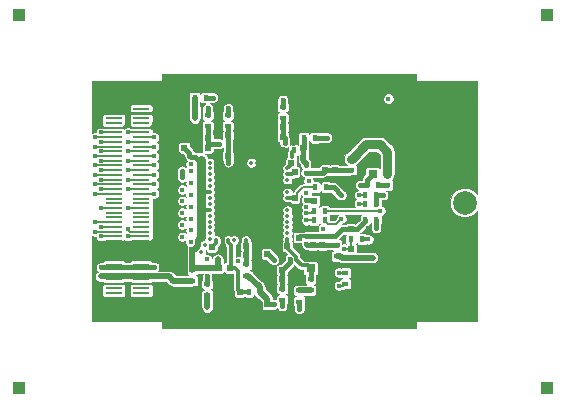
<source format=gbl>
G04 (created by PCBNEW (2013-07-07 BZR 4022)-stable) date 24/11/2015 00:30:31*
%MOIN*%
G04 Gerber Fmt 3.4, Leading zero omitted, Abs format*
%FSLAX34Y34*%
G01*
G70*
G90*
G04 APERTURE LIST*
%ADD10C,0.00590551*%
%ADD11C,0.019685*%
%ADD12R,0.0195X0.0175*%
%ADD13R,0.0175X0.0195*%
%ADD14R,0.0314X0.0275*%
%ADD15R,0.0275X0.0314*%
%ADD16R,0.0195X0.0195*%
%ADD17R,0.0392X0.0392*%
%ADD18R,0.0393701X0.129921*%
%ADD19R,0.129921X0.0393701*%
%ADD20R,0.0393701X0.102362*%
%ADD21R,0.102362X0.0393701*%
%ADD22C,0.0787402*%
%ADD23R,0.0566929X0.00905512*%
%ADD24C,0.015748*%
%ADD25C,0.0137795*%
%ADD26C,0.015748*%
%ADD27C,0.00787402*%
%ADD28C,0.019685*%
%ADD29C,0.0314961*%
%ADD30C,0.011811*%
%ADD31C,0.00393701*%
G04 APERTURE END LIST*
G54D10*
G54D11*
X68307Y-52992D03*
X68937Y-52992D03*
X68622Y-52992D03*
X67677Y-52992D03*
X67992Y-52992D03*
X67362Y-52992D03*
X67047Y-52992D03*
X67047Y-52677D03*
X67362Y-52677D03*
X67992Y-52677D03*
X67677Y-52677D03*
X68622Y-52677D03*
X68937Y-52677D03*
X68307Y-52677D03*
X68307Y-52362D03*
X68937Y-52362D03*
X68622Y-52362D03*
X67677Y-52362D03*
X67992Y-52362D03*
X67362Y-52362D03*
X67047Y-52362D03*
X67047Y-51732D03*
X67362Y-51732D03*
X67992Y-51732D03*
X67677Y-51732D03*
X68622Y-51732D03*
X68937Y-51732D03*
X68307Y-51732D03*
X68307Y-52047D03*
X68937Y-52047D03*
X68622Y-52047D03*
X67677Y-52047D03*
X67992Y-52047D03*
X67362Y-52047D03*
X67047Y-52047D03*
X67047Y-51417D03*
X67362Y-51417D03*
X67992Y-51417D03*
X67677Y-51417D03*
X68622Y-51417D03*
X68937Y-51417D03*
X68307Y-51417D03*
X68307Y-51102D03*
X68937Y-51102D03*
X68622Y-51102D03*
X67677Y-51102D03*
X67992Y-51102D03*
X67362Y-51102D03*
X67047Y-51102D03*
G54D12*
X69114Y-54972D03*
X69114Y-55342D03*
X70059Y-54657D03*
X70059Y-55027D03*
X66614Y-54815D03*
X66614Y-55185D03*
X67303Y-49555D03*
X67303Y-49185D03*
X69133Y-49279D03*
X69133Y-48909D03*
X66633Y-49555D03*
X66633Y-49185D03*
G54D13*
X69834Y-49940D03*
X70204Y-49940D03*
G54D12*
X67913Y-54165D03*
X67913Y-54535D03*
X72618Y-51153D03*
X72618Y-51523D03*
X69685Y-55401D03*
X69685Y-55031D03*
G54D13*
X70578Y-51594D03*
X70208Y-51594D03*
X68373Y-55078D03*
X68003Y-55078D03*
X66562Y-48602D03*
X66192Y-48602D03*
X71881Y-52677D03*
X72251Y-52677D03*
G54D12*
X71417Y-51011D03*
X71417Y-50641D03*
G54D13*
X69496Y-50354D03*
X69126Y-50354D03*
X71881Y-52145D03*
X72251Y-52145D03*
G54D12*
X71220Y-54440D03*
X71220Y-54810D03*
G54D13*
X70169Y-52381D03*
X70539Y-52381D03*
X71409Y-53326D03*
X71779Y-53326D03*
X70169Y-52696D03*
X70539Y-52696D03*
X72251Y-51850D03*
X71881Y-51850D03*
G54D12*
X66122Y-54342D03*
X66122Y-54712D03*
X70925Y-53885D03*
X70925Y-53515D03*
G54D13*
X71940Y-51515D03*
X72310Y-51515D03*
G54D14*
X72125Y-51159D03*
X72125Y-50729D03*
G54D15*
X70060Y-54291D03*
X70490Y-54291D03*
G54D16*
X71417Y-53641D03*
X71771Y-53641D03*
X69527Y-51948D03*
X69527Y-52302D03*
X66121Y-54015D03*
X65767Y-54015D03*
X68621Y-55492D03*
X68267Y-55492D03*
X66200Y-49015D03*
X65846Y-49015D03*
X67696Y-55078D03*
X67342Y-55078D03*
X66121Y-53681D03*
X65767Y-53681D03*
X67007Y-54271D03*
X67007Y-54625D03*
X69114Y-54665D03*
X68760Y-54665D03*
X70452Y-53504D03*
X70452Y-53858D03*
X69823Y-50295D03*
X70177Y-50295D03*
X69134Y-49586D03*
X69488Y-49586D03*
X66633Y-49960D03*
X66279Y-49960D03*
X67302Y-49862D03*
X66948Y-49862D03*
X67913Y-53858D03*
X68267Y-53858D03*
X66771Y-53582D03*
X67125Y-53582D03*
X70866Y-51023D03*
X70866Y-50669D03*
X71397Y-52991D03*
X71397Y-52637D03*
X70177Y-52047D03*
X70531Y-52047D03*
X69823Y-50610D03*
X70177Y-50610D03*
X69527Y-51082D03*
X69527Y-51436D03*
X70137Y-53504D03*
X70137Y-53858D03*
X69114Y-54350D03*
X68760Y-54350D03*
X67362Y-54271D03*
X67362Y-54625D03*
X66633Y-50275D03*
X66279Y-50275D03*
X67302Y-50551D03*
X66948Y-50551D03*
X69134Y-49901D03*
X69488Y-49901D03*
X67913Y-53562D03*
X68267Y-53562D03*
X69291Y-53562D03*
X68937Y-53562D03*
X69409Y-50787D03*
X69055Y-50787D03*
X70551Y-51023D03*
X70551Y-50669D03*
X69665Y-53267D03*
X69665Y-53621D03*
X65846Y-50275D03*
X65846Y-49921D03*
X68602Y-53818D03*
X68602Y-53464D03*
G54D17*
X60354Y-58267D03*
X60354Y-45866D03*
X77952Y-58267D03*
X77952Y-45866D03*
G54D18*
X65295Y-48464D03*
G54D19*
X65748Y-48011D03*
G54D18*
X65295Y-55629D03*
G54D19*
X65748Y-56082D03*
X72913Y-48011D03*
G54D18*
X73366Y-48464D03*
X73366Y-55629D03*
G54D19*
X72913Y-56082D03*
G54D20*
X73366Y-50570D03*
X73366Y-53523D03*
X65295Y-53523D03*
G54D21*
X70807Y-56082D03*
X67854Y-56082D03*
X70807Y-48011D03*
X67854Y-48011D03*
G54D20*
X65295Y-50570D03*
G54D22*
X75196Y-52106D03*
G54D23*
X64417Y-52283D03*
X64417Y-52598D03*
X64417Y-52440D03*
X64417Y-52755D03*
X64417Y-53385D03*
X64417Y-53228D03*
X64417Y-52913D03*
X64417Y-53070D03*
X64417Y-54645D03*
X64417Y-54488D03*
X64417Y-54173D03*
X64417Y-54330D03*
X64417Y-53700D03*
X64417Y-53543D03*
X64417Y-53858D03*
X64417Y-54015D03*
X64417Y-55275D03*
X64417Y-55118D03*
X64417Y-54803D03*
X64417Y-54960D03*
X64417Y-55590D03*
X64417Y-55433D03*
X64417Y-55748D03*
X64417Y-55905D03*
X63496Y-54173D03*
X63496Y-54015D03*
X63496Y-53700D03*
X63496Y-53858D03*
X63496Y-55433D03*
X63496Y-55275D03*
X63496Y-54960D03*
X63496Y-55118D03*
X63496Y-54488D03*
X63496Y-54330D03*
X63496Y-54645D03*
X63496Y-54803D03*
X63496Y-55905D03*
X63496Y-55590D03*
X63496Y-55748D03*
X64417Y-52125D03*
X63496Y-53228D03*
X63496Y-53070D03*
X63496Y-52755D03*
X63496Y-52913D03*
X63496Y-53543D03*
X63496Y-53385D03*
X63496Y-52283D03*
X63496Y-52125D03*
X63496Y-52440D03*
X63496Y-52598D03*
X63496Y-48818D03*
X63496Y-48661D03*
X63496Y-48346D03*
X63496Y-48503D03*
X64417Y-48818D03*
X64417Y-48661D03*
X64417Y-48346D03*
X64417Y-48503D03*
X64417Y-48188D03*
X63496Y-48188D03*
X63496Y-49448D03*
X63496Y-49291D03*
X63496Y-48976D03*
X63496Y-49133D03*
X64417Y-49448D03*
X64417Y-49291D03*
X64417Y-48976D03*
X64417Y-49133D03*
X63496Y-50708D03*
X63496Y-50551D03*
X63496Y-50236D03*
X63496Y-50393D03*
X64417Y-50708D03*
X64417Y-50551D03*
X64417Y-50236D03*
X64417Y-50393D03*
X64417Y-49763D03*
X64417Y-49606D03*
X64417Y-49921D03*
X64417Y-50078D03*
X63496Y-49763D03*
X63496Y-49606D03*
X63496Y-49921D03*
X63496Y-50078D03*
X63496Y-51338D03*
X63496Y-51181D03*
X63496Y-50866D03*
X63496Y-51023D03*
X64417Y-51338D03*
X64417Y-51181D03*
X64417Y-50866D03*
X64417Y-51023D03*
X64417Y-51653D03*
X64417Y-51496D03*
X64417Y-51811D03*
X64417Y-51968D03*
X63496Y-51653D03*
X63496Y-51496D03*
X63496Y-51811D03*
X63496Y-51968D03*
G54D24*
X64842Y-54251D03*
X63070Y-54251D03*
X63956Y-54251D03*
X66614Y-55590D03*
X69685Y-55649D03*
X72618Y-50905D03*
X72244Y-52952D03*
X72657Y-48641D03*
X63956Y-54566D03*
X63070Y-54566D03*
X64842Y-54566D03*
X66811Y-48602D03*
X71082Y-51850D03*
X67303Y-48956D03*
X72125Y-53937D03*
X69133Y-48681D03*
X66633Y-48956D03*
X69114Y-55551D03*
X72480Y-51850D03*
X70610Y-49940D03*
X68838Y-54015D03*
X68838Y-55492D03*
X71082Y-52637D03*
X62874Y-53070D03*
X63976Y-52992D03*
X71003Y-54881D03*
X63070Y-53228D03*
X72381Y-52381D03*
X63070Y-52913D03*
X71988Y-53326D03*
X71830Y-48641D03*
X72066Y-49192D03*
X71948Y-54665D03*
X71948Y-54173D03*
X71043Y-54173D03*
X70925Y-54685D03*
X70708Y-54685D03*
X71732Y-49448D03*
X71279Y-48681D03*
X70826Y-48956D03*
X71732Y-48956D03*
X70472Y-49448D03*
X70688Y-49448D03*
X64842Y-49133D03*
X64842Y-54015D03*
X64842Y-53779D03*
X64842Y-48818D03*
X64842Y-48582D03*
X64842Y-48267D03*
X74960Y-49330D03*
X74960Y-49822D03*
X64842Y-55826D03*
X64842Y-55511D03*
X64842Y-55275D03*
X64842Y-53464D03*
X62874Y-49606D03*
X64842Y-49488D03*
X63956Y-49448D03*
X63956Y-48897D03*
X63070Y-49133D03*
X63956Y-49133D03*
X63956Y-48267D03*
X63956Y-48582D03*
X63070Y-48267D03*
X63070Y-48582D03*
X63070Y-48897D03*
X63956Y-55826D03*
X63956Y-55275D03*
X63070Y-55275D03*
X63956Y-55511D03*
X63070Y-55511D03*
X63070Y-55826D03*
X64842Y-54803D03*
X63956Y-54803D03*
X63956Y-54015D03*
X63956Y-53779D03*
X63956Y-53464D03*
X63070Y-54803D03*
X63070Y-54015D03*
X63070Y-53779D03*
X63070Y-53464D03*
X65846Y-48759D03*
X66555Y-55964D03*
X67185Y-55964D03*
X68523Y-55964D03*
X70137Y-55964D03*
X71476Y-55964D03*
X72106Y-55964D03*
X73720Y-55964D03*
X73720Y-55629D03*
X73720Y-53523D03*
X73366Y-52854D03*
X73720Y-50570D03*
X73366Y-51240D03*
X73720Y-48464D03*
X73011Y-48464D03*
X73720Y-48129D03*
X72106Y-48129D03*
X71476Y-48129D03*
X70137Y-48129D03*
X68523Y-48129D03*
X67185Y-48129D03*
X66555Y-48129D03*
X65649Y-48464D03*
X65295Y-49232D03*
X74370Y-55118D03*
X74370Y-53937D03*
X75314Y-55433D03*
X75314Y-53622D03*
X75314Y-50472D03*
X75314Y-48661D03*
X67657Y-55590D03*
X68011Y-55590D03*
X67007Y-54842D03*
X65846Y-49685D03*
X65767Y-54271D03*
G54D25*
X68484Y-50767D03*
X68287Y-50767D03*
X69074Y-53346D03*
G54D24*
X69488Y-50118D03*
X75551Y-54842D03*
X75551Y-54212D03*
X74960Y-54763D03*
X74960Y-55433D03*
X75551Y-55118D03*
X74960Y-54291D03*
X74960Y-53622D03*
X75551Y-53937D03*
X74960Y-50472D03*
X75551Y-50157D03*
X75551Y-49881D03*
X75551Y-49251D03*
X74960Y-48661D03*
X75551Y-48976D03*
X68818Y-50039D03*
X67342Y-55334D03*
X67342Y-54842D03*
X72125Y-50472D03*
G54D25*
X68877Y-50767D03*
G54D24*
X68503Y-54094D03*
X70767Y-54291D03*
G54D25*
X68877Y-53346D03*
G54D24*
X71633Y-52637D03*
X69783Y-53877D03*
X70669Y-53858D03*
X71988Y-53641D03*
X70748Y-52047D03*
X66279Y-49724D03*
X66948Y-49625D03*
X71141Y-53326D03*
X71988Y-52952D03*
X70787Y-52637D03*
X71811Y-51043D03*
X71122Y-50669D03*
X70787Y-51377D03*
X70866Y-50393D03*
X70393Y-50295D03*
X74370Y-50157D03*
X74370Y-48976D03*
X66200Y-49291D03*
X65787Y-51259D03*
G54D25*
X69291Y-51948D03*
X67500Y-53346D03*
G54D24*
X67657Y-54055D03*
G54D25*
X69448Y-50570D03*
G54D24*
X69921Y-53228D03*
X69921Y-52017D03*
G54D25*
X67322Y-50767D03*
G54D24*
X67007Y-50137D03*
X69370Y-53976D03*
G54D25*
X69291Y-51161D03*
G54D24*
X69901Y-50866D03*
X66968Y-53996D03*
X66062Y-50590D03*
G54D25*
X66712Y-52342D03*
X66712Y-51751D03*
G54D24*
X69901Y-51102D03*
G54D25*
X69291Y-53326D03*
X68090Y-50767D03*
G54D24*
X69192Y-50118D03*
G54D25*
X67893Y-53346D03*
X67303Y-53346D03*
X71712Y-51515D03*
X69291Y-50964D03*
X69291Y-53129D03*
G54D24*
X69921Y-53484D03*
X66614Y-54566D03*
G54D25*
X66909Y-53346D03*
G54D24*
X69921Y-52696D03*
X69921Y-52460D03*
G54D25*
X69291Y-52549D03*
G54D24*
X71003Y-54438D03*
G54D25*
X69291Y-52352D03*
G54D24*
X71181Y-53641D03*
G54D25*
X69291Y-52933D03*
G54D24*
X70472Y-52972D03*
G54D25*
X69291Y-51358D03*
G54D24*
X70000Y-51377D03*
X63976Y-53228D03*
X69921Y-52244D03*
X69921Y-51791D03*
X62874Y-52755D03*
X66062Y-52244D03*
X63976Y-50708D03*
X65787Y-52047D03*
X64842Y-50551D03*
X62874Y-50551D03*
G54D25*
X66712Y-51948D03*
G54D24*
X63976Y-49763D03*
X66062Y-50826D03*
X63070Y-49763D03*
G54D25*
X66712Y-50767D03*
G54D24*
X63976Y-50393D03*
X66062Y-51850D03*
X63070Y-50393D03*
G54D25*
X66712Y-51555D03*
G54D24*
X64842Y-50236D03*
X65787Y-51673D03*
X62874Y-50236D03*
G54D25*
X66712Y-51358D03*
G54D24*
X63976Y-50078D03*
X66062Y-51456D03*
G54D25*
X66712Y-51161D03*
G54D24*
X63070Y-50078D03*
X64842Y-49921D03*
X66062Y-51062D03*
X62874Y-49921D03*
G54D25*
X66712Y-50964D03*
G54D24*
X63070Y-50708D03*
G54D25*
X66712Y-52145D03*
G54D24*
X63976Y-52283D03*
G54D25*
X69291Y-51761D03*
G54D24*
X71673Y-51850D03*
X65787Y-52440D03*
X64842Y-50866D03*
X66062Y-52637D03*
X63976Y-51023D03*
G54D25*
X66712Y-52736D03*
G54D24*
X63070Y-51023D03*
X63976Y-51653D03*
G54D25*
X66535Y-53523D03*
G54D24*
X63070Y-51653D03*
X66614Y-53996D03*
X64842Y-51811D03*
X65787Y-52834D03*
X62874Y-51181D03*
G54D25*
X66712Y-52933D03*
G54D24*
X64842Y-51496D03*
X66062Y-53031D03*
X62874Y-51496D03*
G54D25*
X66712Y-53129D03*
G54D24*
X64842Y-51181D03*
X65787Y-53248D03*
G54D25*
X66712Y-53326D03*
G54D24*
X62874Y-51811D03*
X63976Y-51338D03*
X66062Y-53425D03*
X63070Y-51338D03*
G54D25*
X66417Y-53759D03*
G54D24*
X62874Y-50866D03*
G54D25*
X66712Y-52539D03*
G54D24*
X63070Y-52283D03*
X71673Y-52145D03*
G54D25*
X69291Y-52746D03*
G54D26*
X64842Y-54251D02*
X64409Y-54251D01*
X63496Y-54251D02*
X63070Y-54251D01*
X64417Y-54251D02*
X64409Y-54251D01*
X64409Y-54251D02*
X63956Y-54251D01*
X63956Y-54251D02*
X63496Y-54251D01*
G54D27*
X64417Y-54173D02*
X64417Y-54251D01*
X64417Y-54251D02*
X64417Y-54330D01*
X63496Y-54173D02*
X63496Y-54251D01*
X63496Y-54251D02*
X63496Y-54330D01*
G54D28*
X66614Y-55590D02*
X66614Y-55185D01*
G54D29*
X71417Y-50641D02*
X71425Y-50641D01*
X72618Y-50413D02*
X72618Y-51153D01*
X72362Y-50157D02*
X72618Y-50413D01*
X71909Y-50157D02*
X72362Y-50157D01*
X71425Y-50641D02*
X71909Y-50157D01*
G54D26*
X69685Y-55401D02*
X69685Y-55649D01*
X72618Y-50905D02*
X72618Y-51153D01*
X72244Y-52952D02*
X72244Y-52685D01*
X72244Y-52685D02*
X72251Y-52677D01*
G54D28*
X63070Y-54566D02*
X64842Y-54566D01*
X64842Y-54566D02*
X65334Y-54566D01*
X65480Y-54712D02*
X66122Y-54712D01*
X65334Y-54566D02*
X65480Y-54712D01*
G54D26*
X63484Y-54566D02*
X63070Y-54566D01*
X64409Y-54566D02*
X64842Y-54566D01*
X64417Y-54566D02*
X64409Y-54566D01*
X64409Y-54566D02*
X63956Y-54566D01*
X63956Y-54566D02*
X63484Y-54566D01*
X63496Y-54566D02*
X63484Y-54566D01*
G54D27*
X64417Y-54488D02*
X64417Y-54566D01*
X64417Y-54566D02*
X64417Y-54645D01*
X63496Y-54488D02*
X63496Y-54566D01*
X63496Y-54566D02*
X63496Y-54645D01*
G54D26*
X66811Y-48602D02*
X66562Y-48602D01*
X70826Y-51594D02*
X71082Y-51850D01*
X70578Y-51594D02*
X70826Y-51594D01*
X67303Y-49185D02*
X67303Y-48956D01*
G54D28*
X71051Y-53885D02*
X71102Y-53937D01*
X71102Y-53937D02*
X72125Y-53937D01*
X71051Y-53885D02*
X70925Y-53885D01*
G54D26*
X69133Y-48681D02*
X69133Y-48909D01*
X66633Y-49185D02*
X66633Y-48956D01*
X69114Y-55342D02*
X69114Y-55551D01*
X72480Y-51850D02*
X72251Y-51850D01*
X70204Y-49940D02*
X70610Y-49940D01*
X72251Y-52145D02*
X72251Y-51850D01*
G54D28*
X68621Y-55492D02*
X68621Y-55326D01*
X68621Y-55326D02*
X68373Y-55078D01*
X67913Y-54535D02*
X67980Y-54535D01*
X67980Y-54535D02*
X68373Y-54929D01*
X68373Y-54929D02*
X68373Y-55078D01*
G54D26*
X68602Y-53818D02*
X68641Y-53818D01*
X68641Y-53818D02*
X68838Y-54015D01*
X68621Y-55492D02*
X68838Y-55492D01*
G54D10*
X70539Y-52704D02*
X70649Y-52814D01*
X70649Y-52814D02*
X70905Y-52814D01*
X70905Y-52814D02*
X71082Y-52637D01*
X70539Y-52704D02*
X70539Y-52696D01*
X63496Y-53070D02*
X62874Y-53070D01*
X64055Y-53070D02*
X63976Y-52992D01*
X64055Y-53070D02*
X64417Y-53070D01*
G54D27*
X71212Y-54810D02*
X71141Y-54881D01*
X71141Y-54881D02*
X71003Y-54881D01*
X71212Y-54810D02*
X71220Y-54810D01*
G54D10*
X63496Y-53228D02*
X63070Y-53228D01*
X72381Y-52381D02*
X70539Y-52381D01*
X63496Y-52913D02*
X63070Y-52913D01*
G54D30*
X71988Y-53326D02*
X71779Y-53326D01*
G54D26*
X64842Y-54015D02*
X65275Y-54015D01*
G54D27*
X64417Y-54015D02*
X64842Y-54015D01*
G54D26*
X65295Y-53996D02*
X65295Y-53523D01*
X65275Y-54015D02*
X65295Y-53996D01*
X64842Y-53779D02*
X65334Y-53779D01*
X65334Y-53779D02*
X65295Y-53740D01*
X65295Y-53740D02*
X65295Y-53523D01*
X64417Y-53779D02*
X64842Y-53779D01*
X64842Y-49133D02*
X65196Y-49133D01*
X65196Y-49133D02*
X65295Y-49232D01*
X64842Y-48818D02*
X65374Y-48818D01*
X65295Y-48740D02*
X65295Y-48464D01*
X65374Y-48818D02*
X65295Y-48740D01*
G54D27*
X64417Y-49133D02*
X64842Y-49133D01*
X64417Y-48818D02*
X64842Y-48818D01*
G54D26*
X64842Y-48267D02*
X65275Y-48267D01*
X65275Y-48267D02*
X65295Y-48287D01*
X65295Y-48287D02*
X65295Y-48464D01*
X64409Y-48267D02*
X64842Y-48267D01*
X64842Y-48582D02*
X65177Y-48582D01*
X65177Y-48582D02*
X65295Y-48464D01*
X64389Y-48582D02*
X64842Y-48582D01*
X64842Y-53464D02*
X65236Y-53464D01*
X65236Y-53464D02*
X65295Y-53523D01*
X64417Y-53464D02*
X64842Y-53464D01*
X64842Y-55275D02*
X65354Y-55275D01*
G54D27*
X64417Y-55275D02*
X64842Y-55275D01*
G54D26*
X65295Y-55334D02*
X65295Y-55629D01*
X65354Y-55275D02*
X65295Y-55334D01*
X64842Y-55511D02*
X65177Y-55511D01*
X65177Y-55511D02*
X65295Y-55629D01*
X64409Y-55511D02*
X64842Y-55511D01*
X64842Y-55826D02*
X65354Y-55826D01*
X64409Y-55826D02*
X64842Y-55826D01*
G54D28*
X65295Y-55767D02*
X65295Y-55629D01*
X65354Y-55826D02*
X65295Y-55767D01*
G54D10*
X63496Y-49606D02*
X62874Y-49606D01*
G54D27*
X64417Y-49606D02*
X64724Y-49606D01*
X64724Y-49606D02*
X64842Y-49488D01*
X64417Y-49606D02*
X64114Y-49606D01*
X63799Y-49606D02*
X63956Y-49448D01*
X63799Y-49606D02*
X63496Y-49606D01*
X64114Y-49606D02*
X63956Y-49448D01*
X64417Y-48818D02*
X64035Y-48818D01*
G54D26*
X63956Y-48897D02*
X63496Y-48897D01*
G54D27*
X64035Y-48818D02*
X63956Y-48897D01*
X63496Y-49133D02*
X63070Y-49133D01*
X64417Y-49133D02*
X63956Y-49133D01*
X63956Y-49133D02*
X63496Y-49133D01*
G54D26*
X63496Y-48267D02*
X63956Y-48267D01*
X63956Y-48267D02*
X64409Y-48267D01*
X64409Y-48267D02*
X64417Y-48267D01*
X63496Y-48582D02*
X63956Y-48582D01*
X63956Y-48582D02*
X64389Y-48582D01*
X64389Y-48582D02*
X64417Y-48582D01*
X63496Y-48267D02*
X63070Y-48267D01*
X63496Y-48582D02*
X63070Y-48582D01*
X63496Y-48897D02*
X63070Y-48897D01*
G54D27*
X64417Y-48503D02*
X64417Y-48582D01*
X64417Y-48582D02*
X64417Y-48661D01*
X64417Y-48188D02*
X64417Y-48267D01*
X64417Y-48267D02*
X64417Y-48346D01*
X63496Y-48818D02*
X63496Y-48897D01*
X63496Y-48897D02*
X63496Y-48976D01*
X63496Y-48503D02*
X63496Y-48582D01*
X63496Y-48582D02*
X63496Y-48661D01*
X63496Y-48188D02*
X63496Y-48267D01*
X63496Y-48267D02*
X63496Y-48346D01*
X64417Y-55275D02*
X63956Y-55275D01*
X63956Y-55275D02*
X63496Y-55275D01*
X63496Y-55275D02*
X63070Y-55275D01*
G54D26*
X64417Y-55511D02*
X64409Y-55511D01*
X64409Y-55511D02*
X63956Y-55511D01*
X63956Y-55511D02*
X63484Y-55511D01*
X63496Y-55511D02*
X63484Y-55511D01*
X63484Y-55511D02*
X63070Y-55511D01*
X64417Y-55826D02*
X64409Y-55826D01*
X64409Y-55826D02*
X63956Y-55826D01*
X63956Y-55826D02*
X63496Y-55826D01*
X63496Y-55826D02*
X63070Y-55826D01*
G54D27*
X64417Y-55905D02*
X64417Y-55826D01*
X64417Y-55826D02*
X64417Y-55748D01*
X64417Y-55590D02*
X64417Y-55511D01*
X64417Y-55511D02*
X64417Y-55433D01*
X63496Y-55590D02*
X63496Y-55511D01*
X63496Y-55511D02*
X63496Y-55433D01*
X63496Y-55905D02*
X63496Y-55826D01*
X63496Y-55826D02*
X63496Y-55748D01*
X64417Y-54803D02*
X64842Y-54803D01*
X64417Y-54803D02*
X63956Y-54803D01*
X63956Y-54803D02*
X63496Y-54803D01*
X64417Y-54015D02*
X63956Y-54015D01*
X63956Y-54015D02*
X63496Y-54015D01*
G54D26*
X64417Y-53779D02*
X63956Y-53779D01*
X63956Y-53779D02*
X63496Y-53779D01*
X64417Y-53464D02*
X63956Y-53464D01*
X63956Y-53464D02*
X63496Y-53464D01*
G54D27*
X64417Y-53700D02*
X64417Y-53779D01*
X64417Y-53779D02*
X64417Y-53858D01*
X64417Y-53385D02*
X64417Y-53464D01*
X64417Y-53464D02*
X64417Y-53543D01*
X63496Y-54803D02*
X63070Y-54803D01*
X63496Y-54015D02*
X63070Y-54015D01*
G54D26*
X63496Y-53779D02*
X63070Y-53779D01*
X63496Y-53464D02*
X63070Y-53464D01*
G54D27*
X63496Y-53700D02*
X63496Y-53779D01*
X63496Y-53779D02*
X63496Y-53858D01*
X63496Y-53385D02*
X63496Y-53464D01*
X63496Y-53464D02*
X63496Y-53543D01*
G54D26*
X65846Y-49015D02*
X65846Y-48760D01*
X65846Y-48760D02*
X65846Y-48759D01*
X65295Y-50570D02*
X65295Y-49232D01*
X66555Y-55964D02*
X65866Y-55964D01*
X65866Y-55964D02*
X65748Y-56082D01*
X67185Y-55964D02*
X67736Y-55964D01*
X67736Y-55964D02*
X67854Y-56082D01*
X68523Y-55964D02*
X67972Y-55964D01*
X67972Y-55964D02*
X67854Y-56082D01*
X70137Y-55964D02*
X70688Y-55964D01*
X70688Y-55964D02*
X70807Y-56082D01*
X71476Y-55964D02*
X70925Y-55964D01*
X70925Y-55964D02*
X70807Y-56082D01*
X72106Y-55964D02*
X72795Y-55964D01*
X72795Y-55964D02*
X72913Y-56082D01*
X73720Y-55964D02*
X73031Y-55964D01*
X73031Y-55964D02*
X72913Y-56082D01*
X73366Y-55629D02*
X73720Y-55629D01*
X73366Y-53523D02*
X73720Y-53523D01*
X73366Y-53523D02*
X73366Y-52854D01*
X73366Y-50570D02*
X73720Y-50570D01*
X73366Y-50570D02*
X73366Y-51240D01*
X73366Y-48464D02*
X73720Y-48464D01*
X73366Y-48464D02*
X73011Y-48464D01*
X73720Y-48129D02*
X73031Y-48129D01*
X73031Y-48129D02*
X72913Y-48011D01*
X72106Y-48129D02*
X72795Y-48129D01*
X72795Y-48129D02*
X72913Y-48011D01*
X71476Y-48129D02*
X70925Y-48129D01*
X70925Y-48129D02*
X70807Y-48011D01*
X70137Y-48129D02*
X70688Y-48129D01*
X70688Y-48129D02*
X70807Y-48011D01*
X68523Y-48129D02*
X67972Y-48129D01*
X67972Y-48129D02*
X67854Y-48011D01*
X67185Y-48129D02*
X67736Y-48129D01*
X67736Y-48129D02*
X67854Y-48011D01*
X66555Y-48129D02*
X65866Y-48129D01*
X65866Y-48129D02*
X65748Y-48011D01*
X65295Y-48464D02*
X65649Y-48464D01*
X65295Y-48464D02*
X65295Y-49232D01*
G54D30*
X69527Y-52302D02*
X69527Y-52302D01*
X69055Y-52165D02*
X68937Y-52047D01*
X69389Y-52165D02*
X69055Y-52165D01*
X69527Y-52302D02*
X69389Y-52165D01*
G54D26*
X69074Y-51555D02*
X69527Y-51555D01*
X68937Y-51417D02*
X69074Y-51555D01*
X69527Y-51555D02*
X69527Y-51436D01*
X65767Y-53681D02*
X65767Y-54015D01*
X68267Y-55492D02*
X68110Y-55492D01*
X68110Y-55492D02*
X68011Y-55590D01*
X67007Y-54625D02*
X67007Y-54842D01*
X65846Y-49921D02*
X65846Y-49685D01*
X65767Y-54015D02*
X65767Y-54271D01*
X65767Y-54271D02*
X65767Y-54271D01*
G54D28*
X69055Y-50787D02*
X69055Y-50984D01*
X69055Y-50984D02*
X68937Y-51102D01*
G54D30*
X67125Y-53582D02*
X67125Y-53070D01*
X67125Y-53070D02*
X67047Y-52992D01*
G54D27*
X69488Y-50117D02*
X69488Y-50118D01*
G54D26*
X69488Y-50117D02*
X69488Y-49901D01*
X68267Y-53562D02*
X68267Y-53031D01*
X68267Y-53031D02*
X68307Y-52992D01*
X68267Y-53858D02*
X68267Y-53562D01*
X68602Y-53464D02*
X68602Y-53011D01*
X68602Y-53011D02*
X68622Y-52992D01*
G54D28*
X66948Y-50551D02*
X66948Y-51004D01*
X66948Y-51004D02*
X67047Y-51102D01*
G54D26*
X69126Y-50354D02*
X69055Y-50354D01*
X68818Y-50118D02*
X68818Y-50039D01*
X69055Y-50354D02*
X68818Y-50118D01*
G54D30*
X67342Y-55078D02*
X67342Y-55334D01*
X67342Y-55334D02*
X67342Y-55334D01*
X67342Y-55078D02*
X67342Y-55078D01*
X67342Y-54842D02*
X67342Y-54645D01*
X67342Y-54645D02*
X67362Y-54625D01*
G54D26*
X72125Y-50729D02*
X72125Y-50472D01*
X70551Y-50669D02*
X70866Y-50669D01*
X70866Y-50669D02*
X70866Y-50393D01*
G54D30*
X68877Y-50767D02*
X69035Y-50767D01*
X69035Y-50767D02*
X69055Y-50787D01*
G54D26*
X70177Y-50295D02*
X70393Y-50295D01*
X70177Y-50610D02*
X70177Y-50295D01*
X68760Y-54350D02*
X68759Y-54350D01*
X68759Y-54350D02*
X68503Y-54094D01*
X68760Y-54665D02*
X68760Y-54350D01*
X70490Y-54291D02*
X70767Y-54291D01*
G54D30*
X68877Y-53346D02*
X68877Y-53503D01*
X68877Y-53503D02*
X68937Y-53562D01*
G54D26*
X71397Y-52637D02*
X71633Y-52637D01*
X71633Y-52637D02*
X71633Y-52637D01*
X69665Y-53621D02*
X69665Y-53622D01*
X69783Y-53740D02*
X69783Y-53877D01*
X69665Y-53622D02*
X69783Y-53740D01*
X70137Y-53858D02*
X70452Y-53858D01*
X70452Y-53858D02*
X70669Y-53858D01*
G54D27*
X70669Y-53858D02*
X70669Y-53858D01*
G54D30*
X71771Y-53641D02*
X71988Y-53641D01*
G54D26*
X70531Y-52047D02*
X70748Y-52047D01*
X66279Y-50275D02*
X66279Y-49960D01*
X66279Y-49960D02*
X66279Y-49724D01*
X66279Y-49724D02*
X66279Y-49724D01*
X66948Y-49862D02*
X66948Y-49626D01*
X66948Y-49626D02*
X66948Y-49625D01*
X69488Y-49586D02*
X69488Y-49901D01*
G54D28*
X66200Y-49291D02*
X66200Y-49291D01*
X66200Y-49291D02*
X66200Y-49015D01*
X66192Y-48602D02*
X66192Y-49008D01*
X66192Y-49008D02*
X66200Y-49015D01*
G54D26*
X65787Y-51043D02*
X65787Y-51259D01*
G54D27*
X70208Y-51594D02*
X69803Y-51594D01*
X69606Y-51870D02*
X69527Y-51948D01*
X69606Y-51791D02*
X69606Y-51870D01*
X69803Y-51594D02*
X69606Y-51791D01*
G54D30*
X69291Y-51948D02*
X69527Y-51948D01*
X69527Y-51948D02*
X69527Y-51948D01*
X69448Y-50570D02*
X69448Y-50401D01*
X69448Y-50401D02*
X69496Y-50354D01*
G54D26*
X71397Y-52991D02*
X71614Y-52991D01*
X71881Y-52724D02*
X71881Y-52677D01*
X71614Y-52991D02*
X71881Y-52724D01*
X69921Y-53228D02*
X70866Y-53228D01*
X71102Y-52991D02*
X71397Y-52991D01*
X70866Y-53228D02*
X71102Y-52991D01*
G54D30*
X69921Y-53228D02*
X69704Y-53228D01*
X69704Y-53228D02*
X69665Y-53267D01*
G54D26*
X69921Y-52017D02*
X70147Y-52017D01*
X70147Y-52017D02*
X70177Y-52047D01*
X67303Y-49555D02*
X67303Y-49862D01*
X67303Y-49862D02*
X67302Y-49862D01*
X67302Y-49862D02*
X67302Y-50551D01*
X67322Y-50767D02*
X67322Y-50571D01*
X67322Y-50571D02*
X67302Y-50551D01*
X67007Y-50137D02*
X66673Y-50137D01*
X66673Y-50137D02*
X66633Y-50098D01*
X66633Y-50275D02*
X66633Y-50098D01*
X66633Y-50098D02*
X66633Y-49960D01*
X66633Y-49555D02*
X66633Y-49960D01*
X66633Y-49960D02*
X66633Y-49960D01*
X69114Y-54665D02*
X69114Y-54972D01*
X69114Y-54972D02*
X69114Y-54972D01*
X69370Y-53976D02*
X69370Y-54094D01*
X69370Y-54094D02*
X69114Y-54350D01*
X69114Y-54665D02*
X69114Y-54350D01*
X69834Y-49940D02*
X69834Y-50283D01*
X69834Y-50283D02*
X69823Y-50295D01*
G54D30*
X69291Y-51161D02*
X69448Y-51161D01*
X69448Y-51161D02*
X69527Y-51082D01*
G54D26*
X69901Y-50866D02*
X69901Y-50787D01*
X69823Y-50708D02*
X69823Y-50610D01*
X69901Y-50787D02*
X69823Y-50708D01*
X69823Y-50610D02*
X69823Y-50295D01*
G54D28*
X66968Y-53996D02*
X66968Y-54232D01*
X66968Y-54232D02*
X67007Y-54271D01*
X67007Y-54271D02*
X66192Y-54271D01*
X66192Y-54271D02*
X66122Y-54342D01*
G54D29*
X66397Y-53248D02*
X66397Y-52342D01*
G54D26*
X65846Y-50275D02*
X65846Y-50275D01*
X66023Y-50551D02*
X66062Y-50590D01*
X66023Y-50452D02*
X66023Y-50551D01*
X65846Y-50275D02*
X66023Y-50452D01*
X66062Y-50590D02*
X66220Y-50590D01*
X66220Y-50590D02*
X66397Y-50767D01*
G54D29*
X66397Y-50669D02*
X66397Y-50767D01*
X66397Y-50767D02*
X66397Y-51003D01*
G54D28*
X66122Y-54342D02*
X66122Y-54015D01*
X66122Y-54015D02*
X66121Y-54015D01*
X66121Y-54015D02*
X66121Y-53681D01*
X66121Y-53681D02*
X66161Y-53681D01*
X66299Y-53346D02*
X66397Y-53248D01*
X66299Y-53543D02*
X66299Y-53346D01*
X66161Y-53681D02*
X66299Y-53543D01*
G54D30*
X66397Y-52342D02*
X66712Y-52342D01*
X66397Y-51751D02*
X66712Y-51751D01*
G54D29*
X66397Y-51437D02*
X66397Y-51751D01*
X66397Y-51751D02*
X66397Y-52342D01*
X66397Y-50866D02*
X66397Y-51003D01*
X66397Y-51003D02*
X66397Y-51437D01*
X66397Y-51437D02*
X66397Y-51692D01*
G54D30*
X66358Y-51653D02*
X66456Y-51751D01*
G54D26*
X70866Y-51023D02*
X71405Y-51023D01*
X71405Y-51023D02*
X71417Y-51011D01*
X70551Y-51023D02*
X70866Y-51023D01*
X69901Y-51102D02*
X70472Y-51102D01*
X70472Y-51102D02*
X70551Y-51023D01*
G54D30*
X69291Y-53562D02*
X69291Y-53621D01*
X69962Y-54192D02*
X70060Y-54291D01*
X69763Y-54192D02*
X69962Y-54192D01*
X69586Y-54015D02*
X69763Y-54192D01*
X69586Y-53917D02*
X69586Y-54015D01*
X69291Y-53621D02*
X69586Y-53917D01*
G54D26*
X70059Y-54657D02*
X70059Y-54292D01*
X70059Y-54292D02*
X70060Y-54291D01*
G54D30*
X69291Y-53326D02*
X69291Y-53562D01*
X69291Y-53562D02*
X69291Y-53562D01*
G54D26*
X69133Y-49279D02*
X69133Y-49586D01*
X69133Y-49586D02*
X69134Y-49586D01*
X69134Y-49586D02*
X69134Y-49901D01*
X69192Y-50118D02*
X69192Y-49960D01*
X69192Y-49960D02*
X69134Y-49901D01*
X67913Y-54165D02*
X67913Y-53858D01*
X67913Y-53858D02*
X67913Y-53858D01*
X67913Y-53562D02*
X67913Y-53858D01*
G54D30*
X67893Y-53346D02*
X67893Y-53543D01*
X67893Y-53543D02*
X67913Y-53562D01*
X67362Y-54271D02*
X67539Y-54271D01*
X67637Y-55019D02*
X67696Y-55078D01*
X67637Y-54370D02*
X67637Y-55019D01*
X67539Y-54271D02*
X67637Y-54370D01*
X67696Y-55078D02*
X68003Y-55078D01*
X67303Y-53346D02*
X67303Y-53405D01*
X67401Y-54232D02*
X67362Y-54271D01*
X67401Y-53503D02*
X67401Y-54232D01*
X67303Y-53405D02*
X67401Y-53503D01*
G54D26*
X71712Y-51515D02*
X71940Y-51515D01*
X71940Y-51515D02*
X71940Y-51344D01*
X71940Y-51344D02*
X72125Y-51159D01*
G54D30*
X69291Y-50964D02*
X69370Y-50885D01*
X69370Y-50826D02*
X69409Y-50787D01*
X69370Y-50885D02*
X69370Y-50826D01*
G54D26*
X70452Y-53504D02*
X70913Y-53504D01*
X70913Y-53504D02*
X70925Y-53515D01*
X70452Y-53504D02*
X70137Y-53504D01*
X70137Y-53504D02*
X69941Y-53504D01*
X69941Y-53504D02*
X69921Y-53484D01*
X66614Y-54815D02*
X66614Y-54566D01*
G54D30*
X66909Y-53346D02*
X66909Y-53445D01*
X66909Y-53445D02*
X66771Y-53582D01*
G54D26*
X72310Y-51515D02*
X72610Y-51515D01*
X72610Y-51515D02*
X72618Y-51523D01*
G54D27*
X70169Y-52696D02*
X69921Y-52696D01*
X69921Y-52460D02*
X70090Y-52460D01*
X70090Y-52460D02*
X70169Y-52381D01*
X71220Y-54440D02*
X71005Y-54440D01*
X71005Y-54440D02*
X71003Y-54438D01*
X71181Y-53641D02*
X71417Y-53641D01*
X71409Y-53326D02*
X71409Y-53633D01*
X71409Y-53633D02*
X71417Y-53641D01*
G54D28*
X69685Y-55031D02*
X70055Y-55031D01*
X70055Y-55031D02*
X70059Y-55027D01*
G54D10*
X64417Y-53228D02*
X63976Y-53228D01*
X62874Y-52755D02*
X63496Y-52755D01*
G54D27*
X63976Y-50708D02*
X64417Y-50708D01*
X64842Y-50551D02*
X64417Y-50551D01*
G54D10*
X63496Y-50551D02*
X62874Y-50551D01*
G54D27*
X64417Y-49763D02*
X63976Y-49763D01*
G54D10*
X63496Y-49763D02*
X63070Y-49763D01*
G54D27*
X64417Y-50393D02*
X63976Y-50393D01*
G54D10*
X63496Y-50393D02*
X63070Y-50393D01*
G54D27*
X64417Y-50236D02*
X64842Y-50236D01*
G54D10*
X63496Y-50236D02*
X62874Y-50236D01*
G54D27*
X64417Y-50078D02*
X63976Y-50078D01*
G54D10*
X63070Y-50078D02*
X63496Y-50078D01*
X64417Y-49921D02*
X64842Y-49921D01*
X63496Y-49921D02*
X62874Y-49921D01*
X63496Y-50708D02*
X63070Y-50708D01*
X64417Y-52283D02*
X63976Y-52283D01*
G54D27*
X71673Y-51850D02*
X71881Y-51850D01*
X64842Y-50866D02*
X64417Y-50866D01*
X63976Y-51023D02*
X64417Y-51023D01*
G54D10*
X63070Y-51023D02*
X63496Y-51023D01*
G54D27*
X63976Y-51653D02*
X64417Y-51653D01*
G54D10*
X63070Y-51653D02*
X63496Y-51653D01*
G54D27*
X64417Y-51811D02*
X64842Y-51811D01*
G54D10*
X62874Y-51181D02*
X63496Y-51181D01*
G54D27*
X64417Y-51496D02*
X64842Y-51496D01*
G54D10*
X62874Y-51496D02*
X63496Y-51496D01*
G54D27*
X64417Y-51181D02*
X64842Y-51181D01*
G54D10*
X62874Y-51811D02*
X63496Y-51811D01*
G54D27*
X64417Y-51338D02*
X63976Y-51338D01*
G54D10*
X63070Y-51338D02*
X63496Y-51338D01*
X62874Y-50866D02*
X63496Y-50866D01*
X63496Y-52283D02*
X63070Y-52283D01*
G54D27*
X71673Y-52145D02*
X71881Y-52145D01*
G54D10*
G36*
X70960Y-52509D02*
X70932Y-52537D01*
X70905Y-52602D01*
X70905Y-52634D01*
X70852Y-52687D01*
X70725Y-52687D01*
X70725Y-52579D01*
X70710Y-52543D01*
X70706Y-52539D01*
X70710Y-52535D01*
X70720Y-52509D01*
X70960Y-52509D01*
X70960Y-52509D01*
G37*
G54D31*
X70960Y-52509D02*
X70932Y-52537D01*
X70905Y-52602D01*
X70905Y-52634D01*
X70852Y-52687D01*
X70725Y-52687D01*
X70725Y-52579D01*
X70710Y-52543D01*
X70706Y-52539D01*
X70710Y-52535D01*
X70720Y-52509D01*
X70960Y-52509D01*
G54D10*
G36*
X71241Y-53170D02*
X71238Y-53173D01*
X71223Y-53209D01*
X71223Y-53248D01*
X71223Y-53443D01*
X71235Y-53472D01*
X71216Y-53464D01*
X71146Y-53464D01*
X71121Y-53474D01*
X71121Y-53408D01*
X71106Y-53372D01*
X71078Y-53344D01*
X71042Y-53329D01*
X71015Y-53329D01*
X71175Y-53169D01*
X71240Y-53169D01*
X71241Y-53170D01*
X71241Y-53170D01*
G37*
G54D31*
X71241Y-53170D02*
X71238Y-53173D01*
X71223Y-53209D01*
X71223Y-53248D01*
X71223Y-53443D01*
X71235Y-53472D01*
X71216Y-53464D01*
X71146Y-53464D01*
X71121Y-53474D01*
X71121Y-53408D01*
X71106Y-53372D01*
X71078Y-53344D01*
X71042Y-53329D01*
X71015Y-53329D01*
X71175Y-53169D01*
X71240Y-53169D01*
X71241Y-53170D01*
G54D10*
G36*
X71725Y-52509D02*
X71711Y-52523D01*
X71696Y-52560D01*
X71695Y-52599D01*
X71695Y-52659D01*
X71546Y-52809D01*
X71514Y-52796D01*
X71475Y-52796D01*
X71280Y-52796D01*
X71244Y-52810D01*
X71240Y-52814D01*
X71118Y-52814D01*
X71182Y-52788D01*
X71232Y-52738D01*
X71259Y-52673D01*
X71259Y-52602D01*
X71232Y-52537D01*
X71205Y-52509D01*
X71725Y-52509D01*
X71725Y-52509D01*
G37*
G54D31*
X71725Y-52509D02*
X71711Y-52523D01*
X71696Y-52560D01*
X71695Y-52599D01*
X71695Y-52659D01*
X71546Y-52809D01*
X71514Y-52796D01*
X71475Y-52796D01*
X71280Y-52796D01*
X71244Y-52810D01*
X71240Y-52814D01*
X71118Y-52814D01*
X71182Y-52788D01*
X71232Y-52738D01*
X71259Y-52673D01*
X71259Y-52602D01*
X71232Y-52537D01*
X71205Y-52509D01*
X71725Y-52509D01*
G54D10*
G36*
X72362Y-50962D02*
X72338Y-50938D01*
X72302Y-50923D01*
X72263Y-50923D01*
X71949Y-50923D01*
X71913Y-50938D01*
X71885Y-50966D01*
X71870Y-51002D01*
X71870Y-51041D01*
X71870Y-51164D01*
X71815Y-51219D01*
X71777Y-51277D01*
X71765Y-51338D01*
X71712Y-51338D01*
X71644Y-51352D01*
X71587Y-51390D01*
X71548Y-51447D01*
X71535Y-51515D01*
X71548Y-51583D01*
X71587Y-51641D01*
X71636Y-51673D01*
X71573Y-51700D01*
X71523Y-51749D01*
X71496Y-51814D01*
X71496Y-51885D01*
X71522Y-51950D01*
X71570Y-51998D01*
X71523Y-52045D01*
X71496Y-52110D01*
X71496Y-52180D01*
X71522Y-52245D01*
X71530Y-52253D01*
X70720Y-52253D01*
X70710Y-52228D01*
X70682Y-52200D01*
X70646Y-52185D01*
X70607Y-52185D01*
X70432Y-52185D01*
X70396Y-52200D01*
X70368Y-52228D01*
X70354Y-52262D01*
X70340Y-52228D01*
X70335Y-52223D01*
X70358Y-52200D01*
X70373Y-52164D01*
X70373Y-52125D01*
X70373Y-51930D01*
X70358Y-51894D01*
X70330Y-51866D01*
X70294Y-51851D01*
X70255Y-51851D01*
X70201Y-51851D01*
X70147Y-51840D01*
X70092Y-51840D01*
X70098Y-51826D01*
X70098Y-51789D01*
X70101Y-51790D01*
X70140Y-51790D01*
X70315Y-51790D01*
X70351Y-51775D01*
X70379Y-51747D01*
X70393Y-51713D01*
X70407Y-51747D01*
X70435Y-51775D01*
X70471Y-51790D01*
X70510Y-51790D01*
X70685Y-51790D01*
X70721Y-51775D01*
X70725Y-51771D01*
X70753Y-51771D01*
X70957Y-51975D01*
X70957Y-51975D01*
X70982Y-52000D01*
X71014Y-52014D01*
X71014Y-52014D01*
X71047Y-52027D01*
X71117Y-52027D01*
X71150Y-52014D01*
X71182Y-52000D01*
X71232Y-51950D01*
X71246Y-51918D01*
X71259Y-51885D01*
X71259Y-51815D01*
X71246Y-51782D01*
X71232Y-51750D01*
X71207Y-51725D01*
X71183Y-51700D01*
X71183Y-51700D01*
X70952Y-51469D01*
X70894Y-51430D01*
X70826Y-51417D01*
X70725Y-51417D01*
X70722Y-51413D01*
X70685Y-51398D01*
X70646Y-51398D01*
X70471Y-51398D01*
X70435Y-51413D01*
X70407Y-51441D01*
X70393Y-51475D01*
X70379Y-51441D01*
X70352Y-51413D01*
X70315Y-51398D01*
X70276Y-51398D01*
X70177Y-51398D01*
X70177Y-51342D01*
X70151Y-51279D01*
X70472Y-51279D01*
X70540Y-51266D01*
X70540Y-51266D01*
X70597Y-51227D01*
X70605Y-51219D01*
X70668Y-51219D01*
X70704Y-51204D01*
X70708Y-51200D01*
X70709Y-51200D01*
X70712Y-51204D01*
X70748Y-51219D01*
X70788Y-51219D01*
X70983Y-51219D01*
X71019Y-51204D01*
X71023Y-51200D01*
X71405Y-51200D01*
X71420Y-51197D01*
X71534Y-51197D01*
X71570Y-51182D01*
X71598Y-51155D01*
X71613Y-51118D01*
X71613Y-51079D01*
X71613Y-50904D01*
X71598Y-50868D01*
X71573Y-50844D01*
X71606Y-50822D01*
X72015Y-50413D01*
X72256Y-50413D01*
X72362Y-50519D01*
X72362Y-50962D01*
X72362Y-50962D01*
G37*
G54D31*
X72362Y-50962D02*
X72338Y-50938D01*
X72302Y-50923D01*
X72263Y-50923D01*
X71949Y-50923D01*
X71913Y-50938D01*
X71885Y-50966D01*
X71870Y-51002D01*
X71870Y-51041D01*
X71870Y-51164D01*
X71815Y-51219D01*
X71777Y-51277D01*
X71765Y-51338D01*
X71712Y-51338D01*
X71644Y-51352D01*
X71587Y-51390D01*
X71548Y-51447D01*
X71535Y-51515D01*
X71548Y-51583D01*
X71587Y-51641D01*
X71636Y-51673D01*
X71573Y-51700D01*
X71523Y-51749D01*
X71496Y-51814D01*
X71496Y-51885D01*
X71522Y-51950D01*
X71570Y-51998D01*
X71523Y-52045D01*
X71496Y-52110D01*
X71496Y-52180D01*
X71522Y-52245D01*
X71530Y-52253D01*
X70720Y-52253D01*
X70710Y-52228D01*
X70682Y-52200D01*
X70646Y-52185D01*
X70607Y-52185D01*
X70432Y-52185D01*
X70396Y-52200D01*
X70368Y-52228D01*
X70354Y-52262D01*
X70340Y-52228D01*
X70335Y-52223D01*
X70358Y-52200D01*
X70373Y-52164D01*
X70373Y-52125D01*
X70373Y-51930D01*
X70358Y-51894D01*
X70330Y-51866D01*
X70294Y-51851D01*
X70255Y-51851D01*
X70201Y-51851D01*
X70147Y-51840D01*
X70092Y-51840D01*
X70098Y-51826D01*
X70098Y-51789D01*
X70101Y-51790D01*
X70140Y-51790D01*
X70315Y-51790D01*
X70351Y-51775D01*
X70379Y-51747D01*
X70393Y-51713D01*
X70407Y-51747D01*
X70435Y-51775D01*
X70471Y-51790D01*
X70510Y-51790D01*
X70685Y-51790D01*
X70721Y-51775D01*
X70725Y-51771D01*
X70753Y-51771D01*
X70957Y-51975D01*
X70957Y-51975D01*
X70982Y-52000D01*
X71014Y-52014D01*
X71014Y-52014D01*
X71047Y-52027D01*
X71117Y-52027D01*
X71150Y-52014D01*
X71182Y-52000D01*
X71232Y-51950D01*
X71246Y-51918D01*
X71259Y-51885D01*
X71259Y-51815D01*
X71246Y-51782D01*
X71232Y-51750D01*
X71207Y-51725D01*
X71183Y-51700D01*
X71183Y-51700D01*
X70952Y-51469D01*
X70894Y-51430D01*
X70826Y-51417D01*
X70725Y-51417D01*
X70722Y-51413D01*
X70685Y-51398D01*
X70646Y-51398D01*
X70471Y-51398D01*
X70435Y-51413D01*
X70407Y-51441D01*
X70393Y-51475D01*
X70379Y-51441D01*
X70352Y-51413D01*
X70315Y-51398D01*
X70276Y-51398D01*
X70177Y-51398D01*
X70177Y-51342D01*
X70151Y-51279D01*
X70472Y-51279D01*
X70540Y-51266D01*
X70540Y-51266D01*
X70597Y-51227D01*
X70605Y-51219D01*
X70668Y-51219D01*
X70704Y-51204D01*
X70708Y-51200D01*
X70709Y-51200D01*
X70712Y-51204D01*
X70748Y-51219D01*
X70788Y-51219D01*
X70983Y-51219D01*
X71019Y-51204D01*
X71023Y-51200D01*
X71405Y-51200D01*
X71420Y-51197D01*
X71534Y-51197D01*
X71570Y-51182D01*
X71598Y-51155D01*
X71613Y-51118D01*
X71613Y-51079D01*
X71613Y-50904D01*
X71598Y-50868D01*
X71573Y-50844D01*
X71606Y-50822D01*
X72015Y-50413D01*
X72256Y-50413D01*
X72362Y-50519D01*
X72362Y-50962D01*
G54D10*
G36*
X75610Y-56043D02*
X73562Y-56043D01*
X73562Y-56279D01*
X72874Y-56279D01*
X72874Y-51153D01*
X72874Y-50413D01*
X72874Y-50413D01*
X72854Y-50315D01*
X72854Y-50315D01*
X72836Y-50287D01*
X72834Y-50285D01*
X72834Y-48606D01*
X72807Y-48541D01*
X72757Y-48491D01*
X72692Y-48464D01*
X72622Y-48464D01*
X72557Y-48491D01*
X72507Y-48541D01*
X72480Y-48606D01*
X72480Y-48676D01*
X72507Y-48741D01*
X72556Y-48791D01*
X72622Y-48818D01*
X72692Y-48818D01*
X72757Y-48792D01*
X72807Y-48742D01*
X72834Y-48677D01*
X72834Y-48606D01*
X72834Y-50285D01*
X72799Y-50232D01*
X72799Y-50232D01*
X72543Y-49976D01*
X72460Y-49921D01*
X72443Y-49917D01*
X72362Y-49901D01*
X71909Y-49901D01*
X71827Y-49917D01*
X71811Y-49921D01*
X71728Y-49976D01*
X71259Y-50445D01*
X71236Y-50460D01*
X71180Y-50543D01*
X71161Y-50641D01*
X71180Y-50739D01*
X71236Y-50822D01*
X71263Y-50841D01*
X71258Y-50846D01*
X71023Y-50846D01*
X71019Y-50842D01*
X70983Y-50827D01*
X70944Y-50827D01*
X70749Y-50827D01*
X70712Y-50842D01*
X70709Y-50846D01*
X70708Y-50846D01*
X70704Y-50842D01*
X70668Y-50827D01*
X70629Y-50827D01*
X70434Y-50827D01*
X70398Y-50842D01*
X70370Y-50870D01*
X70355Y-50906D01*
X70355Y-50925D01*
X70068Y-50925D01*
X70078Y-50901D01*
X70078Y-50866D01*
X70078Y-50831D01*
X70078Y-50830D01*
X70078Y-50787D01*
X70078Y-50787D01*
X70065Y-50719D01*
X70026Y-50662D01*
X70026Y-50662D01*
X70018Y-50654D01*
X70018Y-50493D01*
X70003Y-50457D01*
X70000Y-50453D01*
X70000Y-50452D01*
X70003Y-50448D01*
X70018Y-50412D01*
X70018Y-50373D01*
X70018Y-50178D01*
X70011Y-50161D01*
X70011Y-50079D01*
X70019Y-50060D01*
X70033Y-50094D01*
X70061Y-50121D01*
X70097Y-50136D01*
X70136Y-50136D01*
X70311Y-50136D01*
X70347Y-50121D01*
X70351Y-50118D01*
X70610Y-50118D01*
X70610Y-50118D01*
X70645Y-50118D01*
X70678Y-50104D01*
X70710Y-50091D01*
X70735Y-50066D01*
X70760Y-50041D01*
X70773Y-50008D01*
X70773Y-50008D01*
X70773Y-50008D01*
X70787Y-49976D01*
X70787Y-49940D01*
X70787Y-49905D01*
X70773Y-49873D01*
X70760Y-49840D01*
X70735Y-49815D01*
X70710Y-49790D01*
X70678Y-49777D01*
X70678Y-49777D01*
X70645Y-49763D01*
X70575Y-49763D01*
X70575Y-49763D01*
X70351Y-49763D01*
X70348Y-49760D01*
X70311Y-49745D01*
X70272Y-49745D01*
X70097Y-49745D01*
X70061Y-49759D01*
X70033Y-49787D01*
X70019Y-49821D01*
X70005Y-49787D01*
X69978Y-49760D01*
X69941Y-49745D01*
X69902Y-49745D01*
X69727Y-49745D01*
X69691Y-49759D01*
X69663Y-49787D01*
X69648Y-49823D01*
X69648Y-49862D01*
X69648Y-50057D01*
X69657Y-50079D01*
X69657Y-50126D01*
X69642Y-50141D01*
X69630Y-50169D01*
X69603Y-50158D01*
X69564Y-50158D01*
X69389Y-50158D01*
X69363Y-50168D01*
X69370Y-50153D01*
X69370Y-50118D01*
X69370Y-50083D01*
X69370Y-50082D01*
X69370Y-49960D01*
X69356Y-49892D01*
X69356Y-49892D01*
X69329Y-49852D01*
X69329Y-49784D01*
X69315Y-49748D01*
X69311Y-49744D01*
X69311Y-49743D01*
X69314Y-49739D01*
X69329Y-49703D01*
X69329Y-49664D01*
X69329Y-49469D01*
X69315Y-49433D01*
X69311Y-49429D01*
X69311Y-49426D01*
X69314Y-49422D01*
X69329Y-49386D01*
X69329Y-49347D01*
X69329Y-49172D01*
X69314Y-49136D01*
X69287Y-49108D01*
X69253Y-49094D01*
X69287Y-49080D01*
X69314Y-49052D01*
X69329Y-49016D01*
X69329Y-48977D01*
X69329Y-48802D01*
X69314Y-48766D01*
X69311Y-48762D01*
X69311Y-48681D01*
X69311Y-48681D01*
X69311Y-48646D01*
X69297Y-48613D01*
X69284Y-48580D01*
X69259Y-48555D01*
X69234Y-48530D01*
X69201Y-48517D01*
X69201Y-48517D01*
X69169Y-48503D01*
X69098Y-48503D01*
X69033Y-48530D01*
X68983Y-48580D01*
X68970Y-48613D01*
X68970Y-48613D01*
X68970Y-48613D01*
X68956Y-48645D01*
X68956Y-48716D01*
X68956Y-48716D01*
X68956Y-48762D01*
X68952Y-48766D01*
X68937Y-48802D01*
X68937Y-48841D01*
X68937Y-49016D01*
X68952Y-49052D01*
X68980Y-49080D01*
X69014Y-49094D01*
X68980Y-49108D01*
X68952Y-49136D01*
X68937Y-49172D01*
X68937Y-49211D01*
X68937Y-49386D01*
X68952Y-49422D01*
X68956Y-49426D01*
X68956Y-49429D01*
X68953Y-49433D01*
X68938Y-49469D01*
X68938Y-49508D01*
X68938Y-49703D01*
X68953Y-49739D01*
X68956Y-49743D01*
X68956Y-49744D01*
X68953Y-49748D01*
X68938Y-49784D01*
X68938Y-49823D01*
X68938Y-50018D01*
X68953Y-50054D01*
X68980Y-50082D01*
X69015Y-50097D01*
X69015Y-50117D01*
X69015Y-50153D01*
X69029Y-50185D01*
X69042Y-50218D01*
X69067Y-50243D01*
X69092Y-50268D01*
X69125Y-50281D01*
X69125Y-50281D01*
X69157Y-50295D01*
X69192Y-50295D01*
X69227Y-50295D01*
X69260Y-50281D01*
X69293Y-50268D01*
X69310Y-50251D01*
X69310Y-50276D01*
X69310Y-50331D01*
X69303Y-50341D01*
X69291Y-50401D01*
X69291Y-50513D01*
X69281Y-50537D01*
X69281Y-50595D01*
X69256Y-50606D01*
X69228Y-50634D01*
X69213Y-50670D01*
X69213Y-50709D01*
X69213Y-50815D01*
X69196Y-50822D01*
X69149Y-50869D01*
X69124Y-50931D01*
X69123Y-50997D01*
X69149Y-51059D01*
X69153Y-51062D01*
X69149Y-51066D01*
X69124Y-51127D01*
X69123Y-51194D01*
X69149Y-51256D01*
X69153Y-51259D01*
X69149Y-51263D01*
X69124Y-51324D01*
X69123Y-51391D01*
X69149Y-51452D01*
X69196Y-51500D01*
X69257Y-51525D01*
X69324Y-51525D01*
X69385Y-51500D01*
X69433Y-51453D01*
X69458Y-51391D01*
X69458Y-51325D01*
X69455Y-51317D01*
X69509Y-51306D01*
X69509Y-51306D01*
X69551Y-51278D01*
X69644Y-51278D01*
X69680Y-51263D01*
X69708Y-51236D01*
X69723Y-51200D01*
X69723Y-51160D01*
X69723Y-50965D01*
X69708Y-50929D01*
X69680Y-50901D01*
X69644Y-50886D01*
X69605Y-50886D01*
X69605Y-50886D01*
X69605Y-50865D01*
X69605Y-50670D01*
X69596Y-50650D01*
X69616Y-50604D01*
X69616Y-50544D01*
X69627Y-50540D01*
X69627Y-50727D01*
X69642Y-50763D01*
X69667Y-50789D01*
X69667Y-50789D01*
X69697Y-50834D01*
X69724Y-50860D01*
X69724Y-50865D01*
X69724Y-50901D01*
X69737Y-50933D01*
X69751Y-50966D01*
X69769Y-50984D01*
X69751Y-51001D01*
X69737Y-51034D01*
X69737Y-51034D01*
X69737Y-51034D01*
X69724Y-51066D01*
X69724Y-51137D01*
X69737Y-51170D01*
X69751Y-51202D01*
X69776Y-51227D01*
X69801Y-51252D01*
X69833Y-51266D01*
X69833Y-51266D01*
X69853Y-51274D01*
X69849Y-51277D01*
X69822Y-51342D01*
X69822Y-51413D01*
X69840Y-51456D01*
X69803Y-51456D01*
X69750Y-51467D01*
X69735Y-51477D01*
X69705Y-51497D01*
X69508Y-51693D01*
X69478Y-51738D01*
X69476Y-51753D01*
X69458Y-51753D01*
X69458Y-51728D01*
X69433Y-51667D01*
X69386Y-51620D01*
X69324Y-51594D01*
X69258Y-51594D01*
X69196Y-51619D01*
X69149Y-51666D01*
X69124Y-51728D01*
X69123Y-51794D01*
X69148Y-51855D01*
X69124Y-51915D01*
X69123Y-51981D01*
X69149Y-52043D01*
X69196Y-52090D01*
X69257Y-52116D01*
X69324Y-52116D01*
X69348Y-52106D01*
X69350Y-52106D01*
X69374Y-52129D01*
X69410Y-52144D01*
X69449Y-52144D01*
X69644Y-52144D01*
X69680Y-52129D01*
X69708Y-52102D01*
X69723Y-52066D01*
X69723Y-52026D01*
X69723Y-51938D01*
X69723Y-51937D01*
X69733Y-51922D01*
X69733Y-51922D01*
X69744Y-51870D01*
X69744Y-51870D01*
X69744Y-51848D01*
X69750Y-51842D01*
X69770Y-51891D01*
X69783Y-51904D01*
X69771Y-51917D01*
X69757Y-51949D01*
X69757Y-51949D01*
X69757Y-51949D01*
X69744Y-51982D01*
X69744Y-52052D01*
X69757Y-52085D01*
X69770Y-52117D01*
X69783Y-52130D01*
X69771Y-52143D01*
X69744Y-52208D01*
X69744Y-52279D01*
X69770Y-52344D01*
X69778Y-52352D01*
X69771Y-52360D01*
X69744Y-52425D01*
X69744Y-52495D01*
X69770Y-52560D01*
X69788Y-52578D01*
X69771Y-52596D01*
X69744Y-52661D01*
X69744Y-52731D01*
X69770Y-52797D01*
X69820Y-52846D01*
X69885Y-52873D01*
X69956Y-52874D01*
X70003Y-52854D01*
X70026Y-52877D01*
X70062Y-52892D01*
X70101Y-52892D01*
X70276Y-52892D01*
X70312Y-52877D01*
X70340Y-52850D01*
X70354Y-52816D01*
X70361Y-52833D01*
X70322Y-52871D01*
X70295Y-52937D01*
X70295Y-53007D01*
X70313Y-53051D01*
X69921Y-53051D01*
X69886Y-53051D01*
X69838Y-53070D01*
X69704Y-53070D01*
X69699Y-53071D01*
X69548Y-53071D01*
X69512Y-53086D01*
X69484Y-53114D01*
X69469Y-53150D01*
X69469Y-53189D01*
X69469Y-53384D01*
X69484Y-53421D01*
X69512Y-53448D01*
X69548Y-53463D01*
X69587Y-53463D01*
X69744Y-53463D01*
X69744Y-53519D01*
X69770Y-53584D01*
X69795Y-53609D01*
X69820Y-53634D01*
X69827Y-53637D01*
X69873Y-53667D01*
X69941Y-53681D01*
X69980Y-53681D01*
X69984Y-53684D01*
X70020Y-53700D01*
X70059Y-53700D01*
X70254Y-53700D01*
X70290Y-53685D01*
X70294Y-53681D01*
X70295Y-53681D01*
X70299Y-53684D01*
X70335Y-53700D01*
X70374Y-53700D01*
X70569Y-53700D01*
X70605Y-53685D01*
X70609Y-53681D01*
X70766Y-53681D01*
X70771Y-53686D01*
X70805Y-53700D01*
X70772Y-53714D01*
X70744Y-53742D01*
X70729Y-53778D01*
X70729Y-53817D01*
X70729Y-53881D01*
X70728Y-53885D01*
X70729Y-53890D01*
X70729Y-53992D01*
X70744Y-54028D01*
X70771Y-54056D01*
X70808Y-54071D01*
X70847Y-54071D01*
X70870Y-54071D01*
X70925Y-54082D01*
X70972Y-54082D01*
X70972Y-54082D01*
X71027Y-54118D01*
X71102Y-54133D01*
X72125Y-54133D01*
X72201Y-54118D01*
X72265Y-54076D01*
X72307Y-54012D01*
X72322Y-53937D01*
X72307Y-53861D01*
X72265Y-53797D01*
X72201Y-53755D01*
X72125Y-53740D01*
X71613Y-53740D01*
X71613Y-53719D01*
X71613Y-53524D01*
X71598Y-53488D01*
X71583Y-53473D01*
X71594Y-53446D01*
X71608Y-53479D01*
X71636Y-53507D01*
X71672Y-53522D01*
X71711Y-53522D01*
X71886Y-53522D01*
X71922Y-53507D01*
X71934Y-53496D01*
X71952Y-53503D01*
X72023Y-53503D01*
X72088Y-53477D01*
X72138Y-53427D01*
X72165Y-53362D01*
X72165Y-53291D01*
X72138Y-53226D01*
X72088Y-53176D01*
X72023Y-53149D01*
X71953Y-53149D01*
X71934Y-53157D01*
X71922Y-53145D01*
X71886Y-53130D01*
X71847Y-53130D01*
X71719Y-53130D01*
X71739Y-53117D01*
X71983Y-52873D01*
X71988Y-52873D01*
X72025Y-52858D01*
X72052Y-52830D01*
X72066Y-52796D01*
X72066Y-52952D01*
X72066Y-52987D01*
X72080Y-53020D01*
X72093Y-53052D01*
X72118Y-53078D01*
X72143Y-53102D01*
X72176Y-53116D01*
X72176Y-53116D01*
X72208Y-53129D01*
X72244Y-53129D01*
X72279Y-53129D01*
X72311Y-53116D01*
X72344Y-53103D01*
X72369Y-53078D01*
X72394Y-53053D01*
X72407Y-53020D01*
X72407Y-53020D01*
X72407Y-53020D01*
X72421Y-52988D01*
X72421Y-52952D01*
X72421Y-52917D01*
X72421Y-52917D01*
X72421Y-52832D01*
X72422Y-52830D01*
X72437Y-52794D01*
X72437Y-52755D01*
X72437Y-52560D01*
X72434Y-52551D01*
X72482Y-52532D01*
X72531Y-52482D01*
X72559Y-52417D01*
X72559Y-52346D01*
X72532Y-52281D01*
X72482Y-52231D01*
X72437Y-52213D01*
X72437Y-52028D01*
X72437Y-52027D01*
X72480Y-52027D01*
X72480Y-52027D01*
X72515Y-52027D01*
X72548Y-52014D01*
X72580Y-52000D01*
X72605Y-51975D01*
X72630Y-51950D01*
X72643Y-51918D01*
X72643Y-51918D01*
X72643Y-51918D01*
X72657Y-51885D01*
X72657Y-51850D01*
X72657Y-51815D01*
X72643Y-51782D01*
X72630Y-51750D01*
X72605Y-51725D01*
X72590Y-51709D01*
X72735Y-51709D01*
X72771Y-51694D01*
X72799Y-51666D01*
X72814Y-51630D01*
X72814Y-51591D01*
X72814Y-51416D01*
X72799Y-51380D01*
X72771Y-51352D01*
X72799Y-51334D01*
X72854Y-51251D01*
X72874Y-51153D01*
X72874Y-56279D01*
X71416Y-56279D01*
X71416Y-54878D01*
X71416Y-54703D01*
X71401Y-54667D01*
X71373Y-54640D01*
X71339Y-54625D01*
X71373Y-54611D01*
X71401Y-54584D01*
X71416Y-54548D01*
X71416Y-54508D01*
X71416Y-54333D01*
X71401Y-54297D01*
X71373Y-54270D01*
X71337Y-54255D01*
X71298Y-54255D01*
X71103Y-54255D01*
X71067Y-54269D01*
X71064Y-54272D01*
X71039Y-54261D01*
X70968Y-54261D01*
X70903Y-54288D01*
X70853Y-54338D01*
X70826Y-54403D01*
X70826Y-54474D01*
X70853Y-54539D01*
X70903Y-54589D01*
X70968Y-54616D01*
X71039Y-54616D01*
X71061Y-54606D01*
X71067Y-54611D01*
X71101Y-54626D01*
X71067Y-54639D01*
X71039Y-54667D01*
X71024Y-54703D01*
X71024Y-54704D01*
X70968Y-54704D01*
X70903Y-54731D01*
X70853Y-54781D01*
X70826Y-54846D01*
X70826Y-54916D01*
X70853Y-54982D01*
X70903Y-55031D01*
X70968Y-55059D01*
X71039Y-55059D01*
X71104Y-55032D01*
X71116Y-55019D01*
X71141Y-55019D01*
X71141Y-55019D01*
X71194Y-55009D01*
X71212Y-54996D01*
X71337Y-54996D01*
X71373Y-54981D01*
X71401Y-54954D01*
X71416Y-54918D01*
X71416Y-54878D01*
X71416Y-56279D01*
X70296Y-56279D01*
X70296Y-54428D01*
X70296Y-54114D01*
X70281Y-54078D01*
X70253Y-54050D01*
X70217Y-54035D01*
X70178Y-54035D01*
X69964Y-54035D01*
X69962Y-54035D01*
X69829Y-54035D01*
X69744Y-53950D01*
X69744Y-53917D01*
X69732Y-53857D01*
X69732Y-53857D01*
X69697Y-53805D01*
X69487Y-53595D01*
X69487Y-53446D01*
X69472Y-53409D01*
X69448Y-53386D01*
X69448Y-53383D01*
X69458Y-53360D01*
X69458Y-53293D01*
X69433Y-53232D01*
X69429Y-53228D01*
X69433Y-53224D01*
X69458Y-53163D01*
X69458Y-53096D01*
X69433Y-53035D01*
X69429Y-53031D01*
X69433Y-53027D01*
X69458Y-52966D01*
X69458Y-52899D01*
X69433Y-52839D01*
X69458Y-52779D01*
X69458Y-52712D01*
X69433Y-52651D01*
X69429Y-52647D01*
X69433Y-52644D01*
X69458Y-52582D01*
X69458Y-52516D01*
X69433Y-52454D01*
X69429Y-52450D01*
X69433Y-52447D01*
X69458Y-52385D01*
X69458Y-52319D01*
X69433Y-52257D01*
X69386Y-52210D01*
X69324Y-52185D01*
X69258Y-52185D01*
X69196Y-52210D01*
X69149Y-52257D01*
X69124Y-52318D01*
X69123Y-52385D01*
X69149Y-52447D01*
X69153Y-52450D01*
X69149Y-52454D01*
X69124Y-52515D01*
X69123Y-52582D01*
X69149Y-52643D01*
X69153Y-52647D01*
X69149Y-52651D01*
X69124Y-52712D01*
X69123Y-52779D01*
X69148Y-52839D01*
X69124Y-52899D01*
X69123Y-52966D01*
X69149Y-53027D01*
X69153Y-53031D01*
X69149Y-53035D01*
X69124Y-53096D01*
X69123Y-53163D01*
X69149Y-53224D01*
X69153Y-53228D01*
X69149Y-53231D01*
X69124Y-53293D01*
X69123Y-53359D01*
X69133Y-53383D01*
X69133Y-53386D01*
X69110Y-53409D01*
X69095Y-53445D01*
X69095Y-53484D01*
X69095Y-53679D01*
X69110Y-53716D01*
X69137Y-53743D01*
X69174Y-53758D01*
X69205Y-53758D01*
X69271Y-53825D01*
X69269Y-53826D01*
X69219Y-53875D01*
X69206Y-53908D01*
X69206Y-53908D01*
X69206Y-53908D01*
X69192Y-53940D01*
X69192Y-54011D01*
X69192Y-54011D01*
X69192Y-54020D01*
X69059Y-54154D01*
X69015Y-54154D01*
X69015Y-53980D01*
X69002Y-53947D01*
X68988Y-53915D01*
X68963Y-53890D01*
X68963Y-53890D01*
X68963Y-53890D01*
X68939Y-53865D01*
X68938Y-53865D01*
X68798Y-53724D01*
X68798Y-53701D01*
X68783Y-53665D01*
X68755Y-53637D01*
X68719Y-53622D01*
X68680Y-53622D01*
X68485Y-53622D01*
X68449Y-53637D01*
X68421Y-53665D01*
X68406Y-53701D01*
X68406Y-53740D01*
X68406Y-53935D01*
X68421Y-53971D01*
X68449Y-53999D01*
X68485Y-54014D01*
X68524Y-54014D01*
X68586Y-54014D01*
X68713Y-54141D01*
X68713Y-54141D01*
X68738Y-54165D01*
X68770Y-54179D01*
X68770Y-54179D01*
X68803Y-54192D01*
X68873Y-54192D01*
X68906Y-54179D01*
X68938Y-54166D01*
X68963Y-54141D01*
X68988Y-54116D01*
X69002Y-54083D01*
X69015Y-54051D01*
X69015Y-53980D01*
X69015Y-54154D01*
X68997Y-54154D01*
X68960Y-54169D01*
X68933Y-54197D01*
X68918Y-54233D01*
X68918Y-54272D01*
X68918Y-54467D01*
X68933Y-54503D01*
X68936Y-54507D01*
X68936Y-54508D01*
X68933Y-54512D01*
X68918Y-54548D01*
X68918Y-54587D01*
X68918Y-54782D01*
X68933Y-54818D01*
X68936Y-54822D01*
X68936Y-54825D01*
X68933Y-54829D01*
X68918Y-54865D01*
X68918Y-54904D01*
X68918Y-55079D01*
X68933Y-55115D01*
X68960Y-55143D01*
X68994Y-55157D01*
X68960Y-55171D01*
X68933Y-55199D01*
X68918Y-55235D01*
X68918Y-55274D01*
X68918Y-55333D01*
X68906Y-55328D01*
X68906Y-55328D01*
X68873Y-55314D01*
X68816Y-55314D01*
X68803Y-55251D01*
X68778Y-55213D01*
X68761Y-55187D01*
X68761Y-55187D01*
X68570Y-54997D01*
X68570Y-54929D01*
X68555Y-54853D01*
X68513Y-54789D01*
X68513Y-54789D01*
X68257Y-54534D01*
X68257Y-50734D01*
X68232Y-50673D01*
X68185Y-50625D01*
X68123Y-50600D01*
X68057Y-50600D01*
X67995Y-50625D01*
X67948Y-50672D01*
X67923Y-50734D01*
X67923Y-50800D01*
X67948Y-50862D01*
X67995Y-50909D01*
X68057Y-50935D01*
X68123Y-50935D01*
X68185Y-50909D01*
X68232Y-50862D01*
X68257Y-50801D01*
X68257Y-50734D01*
X68257Y-54534D01*
X68119Y-54396D01*
X68055Y-54353D01*
X68034Y-54349D01*
X68066Y-54336D01*
X68094Y-54308D01*
X68109Y-54272D01*
X68109Y-54233D01*
X68109Y-54058D01*
X68094Y-54022D01*
X68090Y-54018D01*
X68090Y-54015D01*
X68094Y-54011D01*
X68109Y-53975D01*
X68109Y-53936D01*
X68109Y-53741D01*
X68096Y-53710D01*
X68109Y-53680D01*
X68109Y-53641D01*
X68109Y-53446D01*
X68094Y-53409D01*
X68066Y-53382D01*
X68060Y-53379D01*
X68061Y-53313D01*
X68035Y-53251D01*
X67988Y-53204D01*
X67927Y-53179D01*
X67860Y-53179D01*
X67799Y-53204D01*
X67751Y-53251D01*
X67726Y-53313D01*
X67726Y-53379D01*
X67736Y-53403D01*
X67736Y-53406D01*
X67732Y-53409D01*
X67717Y-53445D01*
X67717Y-53484D01*
X67717Y-53679D01*
X67730Y-53710D01*
X67717Y-53741D01*
X67717Y-53780D01*
X67717Y-53888D01*
X67692Y-53877D01*
X67622Y-53877D01*
X67559Y-53904D01*
X67559Y-53503D01*
X67558Y-53503D01*
X67594Y-53488D01*
X67641Y-53441D01*
X67667Y-53379D01*
X67667Y-53313D01*
X67641Y-53251D01*
X67594Y-53204D01*
X67533Y-53179D01*
X67466Y-53179D01*
X67405Y-53204D01*
X67401Y-53208D01*
X67398Y-53204D01*
X67336Y-53179D01*
X67270Y-53179D01*
X67208Y-53204D01*
X67161Y-53251D01*
X67135Y-53313D01*
X67135Y-53379D01*
X67145Y-53403D01*
X67145Y-53405D01*
X67157Y-53465D01*
X67191Y-53516D01*
X67244Y-53569D01*
X67244Y-54076D01*
X67209Y-54090D01*
X67185Y-54114D01*
X67165Y-54095D01*
X67165Y-53996D01*
X67150Y-53920D01*
X67107Y-53856D01*
X67043Y-53814D01*
X66968Y-53799D01*
X66893Y-53814D01*
X66829Y-53856D01*
X66786Y-53920D01*
X66782Y-53940D01*
X66764Y-53895D01*
X66714Y-53845D01*
X66649Y-53818D01*
X66579Y-53818D01*
X66572Y-53821D01*
X66584Y-53793D01*
X66584Y-53726D01*
X66569Y-53690D01*
X66575Y-53687D01*
X66575Y-53699D01*
X66590Y-53735D01*
X66618Y-53763D01*
X66654Y-53778D01*
X66693Y-53778D01*
X66888Y-53778D01*
X66924Y-53763D01*
X66952Y-53736D01*
X66967Y-53699D01*
X66967Y-53660D01*
X66967Y-53609D01*
X67020Y-53556D01*
X67020Y-53556D01*
X67020Y-53556D01*
X67054Y-53505D01*
X67054Y-53505D01*
X67064Y-53457D01*
X67066Y-53445D01*
X67066Y-53445D01*
X67066Y-53445D01*
X67066Y-53403D01*
X67076Y-53379D01*
X67076Y-53313D01*
X67051Y-53251D01*
X67004Y-53204D01*
X66942Y-53179D01*
X66876Y-53179D01*
X66872Y-53180D01*
X66879Y-53163D01*
X66879Y-53096D01*
X66854Y-53035D01*
X66850Y-53031D01*
X66854Y-53027D01*
X66879Y-52966D01*
X66879Y-52899D01*
X66854Y-52838D01*
X66850Y-52834D01*
X66854Y-52831D01*
X66879Y-52769D01*
X66879Y-52703D01*
X66854Y-52641D01*
X66850Y-52637D01*
X66854Y-52634D01*
X66879Y-52572D01*
X66879Y-52506D01*
X66854Y-52444D01*
X66850Y-52440D01*
X66854Y-52437D01*
X66879Y-52375D01*
X66879Y-52309D01*
X66854Y-52247D01*
X66850Y-52244D01*
X66854Y-52240D01*
X66879Y-52179D01*
X66879Y-52112D01*
X66854Y-52051D01*
X66850Y-52047D01*
X66854Y-52043D01*
X66879Y-51982D01*
X66879Y-51915D01*
X66854Y-51854D01*
X66850Y-51850D01*
X66854Y-51846D01*
X66879Y-51785D01*
X66879Y-51718D01*
X66854Y-51657D01*
X66850Y-51653D01*
X66854Y-51650D01*
X66879Y-51588D01*
X66879Y-51521D01*
X66854Y-51460D01*
X66850Y-51456D01*
X66854Y-51453D01*
X66879Y-51391D01*
X66879Y-51325D01*
X66854Y-51263D01*
X66850Y-51259D01*
X66854Y-51256D01*
X66879Y-51194D01*
X66879Y-51128D01*
X66854Y-51066D01*
X66850Y-51063D01*
X66854Y-51059D01*
X66879Y-50997D01*
X66879Y-50931D01*
X66854Y-50869D01*
X66850Y-50866D01*
X66854Y-50862D01*
X66879Y-50801D01*
X66879Y-50734D01*
X66854Y-50673D01*
X66807Y-50625D01*
X66746Y-50600D01*
X66679Y-50600D01*
X66642Y-50615D01*
X66634Y-50571D01*
X66578Y-50488D01*
X66553Y-50471D01*
X66555Y-50471D01*
X66750Y-50471D01*
X66786Y-50456D01*
X66814Y-50428D01*
X66829Y-50392D01*
X66829Y-50353D01*
X66829Y-50314D01*
X67007Y-50314D01*
X67007Y-50314D01*
X67042Y-50314D01*
X67075Y-50301D01*
X67108Y-50288D01*
X67125Y-50270D01*
X67125Y-50394D01*
X67122Y-50397D01*
X67107Y-50434D01*
X67107Y-50473D01*
X67107Y-50668D01*
X67121Y-50704D01*
X67145Y-50728D01*
X67145Y-50767D01*
X67159Y-50835D01*
X67197Y-50892D01*
X67255Y-50931D01*
X67322Y-50944D01*
X67390Y-50931D01*
X67448Y-50892D01*
X67486Y-50835D01*
X67500Y-50767D01*
X67500Y-50571D01*
X67498Y-50565D01*
X67498Y-50565D01*
X67498Y-50434D01*
X67483Y-50398D01*
X67480Y-50394D01*
X67480Y-50019D01*
X67483Y-50015D01*
X67498Y-49979D01*
X67498Y-49940D01*
X67498Y-49745D01*
X67483Y-49709D01*
X67480Y-49705D01*
X67480Y-49702D01*
X67484Y-49698D01*
X67499Y-49662D01*
X67499Y-49623D01*
X67499Y-49448D01*
X67484Y-49411D01*
X67456Y-49384D01*
X67422Y-49370D01*
X67456Y-49356D01*
X67484Y-49328D01*
X67499Y-49292D01*
X67499Y-49253D01*
X67499Y-49078D01*
X67484Y-49041D01*
X67480Y-49038D01*
X67480Y-48956D01*
X67480Y-48956D01*
X67480Y-48921D01*
X67466Y-48888D01*
X67453Y-48856D01*
X67428Y-48831D01*
X67403Y-48806D01*
X67370Y-48793D01*
X67370Y-48793D01*
X67338Y-48779D01*
X67268Y-48779D01*
X67202Y-48806D01*
X67153Y-48856D01*
X67139Y-48888D01*
X67139Y-48888D01*
X67139Y-48888D01*
X67126Y-48921D01*
X67125Y-48991D01*
X67125Y-48991D01*
X67125Y-49038D01*
X67122Y-49041D01*
X67107Y-49077D01*
X67107Y-49117D01*
X67107Y-49292D01*
X67122Y-49328D01*
X67149Y-49355D01*
X67183Y-49370D01*
X67149Y-49384D01*
X67122Y-49411D01*
X67107Y-49447D01*
X67107Y-49487D01*
X67107Y-49662D01*
X67122Y-49698D01*
X67125Y-49702D01*
X67125Y-49704D01*
X67122Y-49708D01*
X67107Y-49745D01*
X67107Y-49784D01*
X67107Y-49979D01*
X67112Y-49991D01*
X67108Y-49987D01*
X67075Y-49974D01*
X67075Y-49974D01*
X67043Y-49960D01*
X66972Y-49960D01*
X66972Y-49960D01*
X66829Y-49960D01*
X66829Y-49843D01*
X66814Y-49807D01*
X66811Y-49803D01*
X66811Y-49702D01*
X66814Y-49698D01*
X66829Y-49662D01*
X66829Y-49623D01*
X66829Y-49448D01*
X66814Y-49411D01*
X66787Y-49384D01*
X66753Y-49370D01*
X66787Y-49356D01*
X66814Y-49328D01*
X66829Y-49292D01*
X66829Y-49253D01*
X66829Y-49078D01*
X66814Y-49041D01*
X66811Y-49038D01*
X66811Y-48956D01*
X66811Y-48956D01*
X66811Y-48921D01*
X66797Y-48888D01*
X66784Y-48856D01*
X66759Y-48831D01*
X66734Y-48806D01*
X66701Y-48793D01*
X66701Y-48793D01*
X66692Y-48789D01*
X66706Y-48783D01*
X66709Y-48779D01*
X66810Y-48779D01*
X66811Y-48779D01*
X66846Y-48779D01*
X66878Y-48766D01*
X66911Y-48752D01*
X66936Y-48727D01*
X66961Y-48702D01*
X66974Y-48670D01*
X66974Y-48670D01*
X66974Y-48670D01*
X66988Y-48637D01*
X66988Y-48602D01*
X66988Y-48567D01*
X66974Y-48534D01*
X66961Y-48502D01*
X66936Y-48477D01*
X66911Y-48452D01*
X66878Y-48438D01*
X66878Y-48438D01*
X66846Y-48425D01*
X66775Y-48425D01*
X66775Y-48425D01*
X66709Y-48425D01*
X66706Y-48421D01*
X66670Y-48406D01*
X66630Y-48406D01*
X66455Y-48406D01*
X66419Y-48421D01*
X66392Y-48449D01*
X66377Y-48483D01*
X66363Y-48449D01*
X66336Y-48421D01*
X66300Y-48406D01*
X66260Y-48406D01*
X66197Y-48406D01*
X66192Y-48405D01*
X66188Y-48406D01*
X66085Y-48406D01*
X66049Y-48421D01*
X66022Y-48449D01*
X66007Y-48485D01*
X66007Y-48524D01*
X66007Y-48547D01*
X65996Y-48602D01*
X65996Y-49008D01*
X66003Y-49046D01*
X66003Y-49291D01*
X66018Y-49366D01*
X66061Y-49430D01*
X66061Y-49430D01*
X66125Y-49473D01*
X66200Y-49488D01*
X66276Y-49473D01*
X66339Y-49430D01*
X66382Y-49366D01*
X66397Y-49291D01*
X66397Y-49290D01*
X66397Y-49015D01*
X66397Y-49015D01*
X66396Y-49011D01*
X66396Y-49011D01*
X66396Y-48898D01*
X66389Y-48882D01*
X66389Y-48750D01*
X66391Y-48755D01*
X66419Y-48783D01*
X66455Y-48798D01*
X66494Y-48798D01*
X66553Y-48798D01*
X66533Y-48806D01*
X66483Y-48856D01*
X66470Y-48888D01*
X66470Y-48888D01*
X66470Y-48888D01*
X66456Y-48921D01*
X66456Y-48991D01*
X66456Y-48991D01*
X66456Y-49038D01*
X66452Y-49041D01*
X66437Y-49077D01*
X66437Y-49117D01*
X66437Y-49292D01*
X66452Y-49328D01*
X66480Y-49355D01*
X66514Y-49370D01*
X66480Y-49384D01*
X66452Y-49411D01*
X66437Y-49447D01*
X66437Y-49487D01*
X66437Y-49662D01*
X66452Y-49698D01*
X66456Y-49702D01*
X66456Y-49803D01*
X66452Y-49807D01*
X66437Y-49843D01*
X66437Y-49882D01*
X66437Y-50077D01*
X66452Y-50113D01*
X66456Y-50117D01*
X66456Y-50118D01*
X66452Y-50122D01*
X66437Y-50158D01*
X66437Y-50197D01*
X66437Y-50392D01*
X66450Y-50423D01*
X66397Y-50413D01*
X66299Y-50432D01*
X66298Y-50433D01*
X66298Y-50433D01*
X66288Y-50426D01*
X66220Y-50413D01*
X66192Y-50413D01*
X66187Y-50384D01*
X66187Y-50384D01*
X66148Y-50327D01*
X66042Y-50220D01*
X66042Y-50158D01*
X66027Y-50122D01*
X65999Y-50094D01*
X65963Y-50079D01*
X65924Y-50079D01*
X65729Y-50079D01*
X65693Y-50094D01*
X65665Y-50122D01*
X65650Y-50158D01*
X65650Y-50197D01*
X65650Y-50392D01*
X65665Y-50428D01*
X65693Y-50456D01*
X65729Y-50471D01*
X65768Y-50471D01*
X65791Y-50471D01*
X65846Y-50526D01*
X65846Y-50551D01*
X65859Y-50618D01*
X65898Y-50676D01*
X65930Y-50708D01*
X65912Y-50726D01*
X65885Y-50791D01*
X65885Y-50861D01*
X65907Y-50914D01*
X65855Y-50879D01*
X65787Y-50865D01*
X65719Y-50879D01*
X65662Y-50917D01*
X65623Y-50975D01*
X65610Y-51043D01*
X65610Y-51259D01*
X65610Y-51294D01*
X65623Y-51327D01*
X65637Y-51360D01*
X65662Y-51385D01*
X65686Y-51409D01*
X65719Y-51423D01*
X65719Y-51423D01*
X65752Y-51436D01*
X65787Y-51437D01*
X65822Y-51437D01*
X65855Y-51423D01*
X65887Y-51410D01*
X65892Y-51405D01*
X65885Y-51421D01*
X65885Y-51491D01*
X65906Y-51541D01*
X65887Y-51523D01*
X65822Y-51496D01*
X65752Y-51496D01*
X65687Y-51522D01*
X65637Y-51572D01*
X65610Y-51637D01*
X65610Y-51708D01*
X65637Y-51773D01*
X65686Y-51823D01*
X65752Y-51850D01*
X65822Y-51850D01*
X65885Y-51824D01*
X65885Y-51885D01*
X65892Y-51901D01*
X65887Y-51897D01*
X65822Y-51870D01*
X65752Y-51870D01*
X65687Y-51896D01*
X65637Y-51946D01*
X65610Y-52011D01*
X65610Y-52082D01*
X65637Y-52147D01*
X65686Y-52197D01*
X65752Y-52224D01*
X65822Y-52224D01*
X65887Y-52197D01*
X65892Y-52192D01*
X65885Y-52208D01*
X65885Y-52279D01*
X65892Y-52295D01*
X65887Y-52290D01*
X65822Y-52263D01*
X65752Y-52263D01*
X65687Y-52290D01*
X65637Y-52340D01*
X65610Y-52405D01*
X65610Y-52476D01*
X65637Y-52541D01*
X65686Y-52591D01*
X65752Y-52618D01*
X65822Y-52618D01*
X65887Y-52591D01*
X65892Y-52586D01*
X65885Y-52602D01*
X65885Y-52672D01*
X65892Y-52689D01*
X65887Y-52684D01*
X65822Y-52657D01*
X65752Y-52657D01*
X65687Y-52684D01*
X65637Y-52734D01*
X65610Y-52799D01*
X65610Y-52869D01*
X65637Y-52934D01*
X65686Y-52984D01*
X65752Y-53011D01*
X65822Y-53011D01*
X65887Y-52984D01*
X65892Y-52980D01*
X65885Y-52996D01*
X65885Y-53066D01*
X65906Y-53116D01*
X65887Y-53097D01*
X65822Y-53070D01*
X65752Y-53070D01*
X65687Y-53097D01*
X65637Y-53147D01*
X65610Y-53212D01*
X65610Y-53283D01*
X65637Y-53348D01*
X65686Y-53398D01*
X65752Y-53425D01*
X65822Y-53425D01*
X65885Y-53399D01*
X65885Y-53460D01*
X65912Y-53525D01*
X65933Y-53546D01*
X65925Y-53563D01*
X65925Y-53603D01*
X65925Y-53676D01*
X65925Y-53681D01*
X65925Y-54015D01*
X65925Y-54016D01*
X65925Y-54342D01*
X65926Y-54347D01*
X65926Y-54449D01*
X65941Y-54485D01*
X65968Y-54513D01*
X65974Y-54515D01*
X65561Y-54515D01*
X65473Y-54427D01*
X65409Y-54385D01*
X65334Y-54370D01*
X64974Y-54370D01*
X64992Y-54352D01*
X65006Y-54319D01*
X65006Y-54319D01*
X65006Y-54319D01*
X65019Y-54287D01*
X65019Y-54251D01*
X65019Y-54216D01*
X65006Y-54184D01*
X64992Y-54151D01*
X64967Y-54126D01*
X64943Y-54101D01*
X64910Y-54088D01*
X64910Y-54088D01*
X64877Y-54074D01*
X64807Y-54074D01*
X64807Y-54074D01*
X64785Y-54074D01*
X64784Y-54072D01*
X64756Y-54044D01*
X64720Y-54029D01*
X64681Y-54029D01*
X64114Y-54029D01*
X64078Y-54044D01*
X64050Y-54072D01*
X64049Y-54074D01*
X63956Y-54074D01*
X63921Y-54074D01*
X63921Y-54074D01*
X63864Y-54074D01*
X63863Y-54072D01*
X63835Y-54044D01*
X63799Y-54029D01*
X63760Y-54029D01*
X63193Y-54029D01*
X63156Y-54044D01*
X63129Y-54072D01*
X63128Y-54074D01*
X63071Y-54074D01*
X63035Y-54074D01*
X62970Y-54101D01*
X62920Y-54151D01*
X62907Y-54184D01*
X62907Y-54184D01*
X62907Y-54184D01*
X62893Y-54216D01*
X62893Y-54287D01*
X62907Y-54319D01*
X62920Y-54352D01*
X62945Y-54377D01*
X62970Y-54401D01*
X62931Y-54427D01*
X62889Y-54491D01*
X62874Y-54566D01*
X62889Y-54642D01*
X62931Y-54706D01*
X62995Y-54748D01*
X63070Y-54763D01*
X63146Y-54763D01*
X63156Y-54774D01*
X63192Y-54789D01*
X63232Y-54789D01*
X63799Y-54789D01*
X63835Y-54774D01*
X63845Y-54763D01*
X64067Y-54763D01*
X64078Y-54774D01*
X64114Y-54789D01*
X64153Y-54789D01*
X64720Y-54789D01*
X64756Y-54774D01*
X64767Y-54763D01*
X64842Y-54763D01*
X65253Y-54763D01*
X65341Y-54851D01*
X65341Y-54851D01*
X65404Y-54894D01*
X65480Y-54909D01*
X66122Y-54909D01*
X66176Y-54898D01*
X66239Y-54898D01*
X66275Y-54883D01*
X66302Y-54855D01*
X66317Y-54819D01*
X66317Y-54780D01*
X66317Y-54717D01*
X66318Y-54712D01*
X66317Y-54707D01*
X66317Y-54605D01*
X66303Y-54569D01*
X66275Y-54541D01*
X66241Y-54527D01*
X66275Y-54513D01*
X66302Y-54485D01*
X66310Y-54468D01*
X66463Y-54468D01*
X66450Y-54499D01*
X66450Y-54499D01*
X66450Y-54499D01*
X66437Y-54531D01*
X66436Y-54602D01*
X66437Y-54602D01*
X66437Y-54667D01*
X66433Y-54671D01*
X66418Y-54707D01*
X66418Y-54746D01*
X66418Y-54921D01*
X66433Y-54958D01*
X66460Y-54985D01*
X66494Y-55000D01*
X66460Y-55014D01*
X66433Y-55041D01*
X66418Y-55077D01*
X66418Y-55116D01*
X66418Y-55180D01*
X66417Y-55185D01*
X66417Y-55590D01*
X66432Y-55665D01*
X66474Y-55729D01*
X66538Y-55772D01*
X66614Y-55787D01*
X66689Y-55772D01*
X66753Y-55729D01*
X66796Y-55665D01*
X66811Y-55590D01*
X66811Y-55185D01*
X66810Y-55180D01*
X66810Y-55078D01*
X66795Y-55041D01*
X66767Y-55014D01*
X66733Y-54999D01*
X66767Y-54985D01*
X66795Y-54958D01*
X66810Y-54922D01*
X66810Y-54883D01*
X66810Y-54708D01*
X66795Y-54671D01*
X66791Y-54667D01*
X66791Y-54567D01*
X66791Y-54566D01*
X66791Y-54531D01*
X66777Y-54499D01*
X66765Y-54468D01*
X67007Y-54468D01*
X67007Y-54468D01*
X67012Y-54467D01*
X67012Y-54467D01*
X67124Y-54467D01*
X67161Y-54452D01*
X67185Y-54428D01*
X67208Y-54452D01*
X67245Y-54467D01*
X67284Y-54467D01*
X67479Y-54467D01*
X67480Y-54467D01*
X67480Y-55019D01*
X67492Y-55080D01*
X67500Y-55092D01*
X67500Y-55195D01*
X67515Y-55231D01*
X67543Y-55259D01*
X67579Y-55274D01*
X67618Y-55274D01*
X67813Y-55274D01*
X67849Y-55259D01*
X67855Y-55254D01*
X67860Y-55259D01*
X67896Y-55274D01*
X67935Y-55274D01*
X68110Y-55274D01*
X68147Y-55259D01*
X68174Y-55232D01*
X68188Y-55198D01*
X68202Y-55231D01*
X68230Y-55259D01*
X68266Y-55274D01*
X68291Y-55274D01*
X68425Y-55408D01*
X68425Y-55492D01*
X68425Y-55496D01*
X68425Y-55609D01*
X68440Y-55645D01*
X68468Y-55673D01*
X68504Y-55688D01*
X68543Y-55688D01*
X68617Y-55688D01*
X68621Y-55688D01*
X68626Y-55688D01*
X68738Y-55688D01*
X68775Y-55673D01*
X68778Y-55669D01*
X68838Y-55669D01*
X68838Y-55669D01*
X68873Y-55669D01*
X68906Y-55655D01*
X68938Y-55642D01*
X68953Y-55627D01*
X68963Y-55651D01*
X68988Y-55676D01*
X69013Y-55701D01*
X69046Y-55714D01*
X69046Y-55714D01*
X69078Y-55728D01*
X69114Y-55728D01*
X69149Y-55728D01*
X69181Y-55714D01*
X69214Y-55701D01*
X69239Y-55676D01*
X69264Y-55651D01*
X69277Y-55618D01*
X69277Y-55618D01*
X69277Y-55618D01*
X69291Y-55586D01*
X69291Y-55551D01*
X69291Y-55516D01*
X69291Y-55516D01*
X69291Y-55489D01*
X69295Y-55485D01*
X69310Y-55449D01*
X69310Y-55410D01*
X69310Y-55235D01*
X69295Y-55199D01*
X69267Y-55171D01*
X69233Y-55157D01*
X69267Y-55143D01*
X69295Y-55115D01*
X69310Y-55079D01*
X69310Y-55040D01*
X69310Y-54865D01*
X69295Y-54829D01*
X69291Y-54825D01*
X69291Y-54822D01*
X69294Y-54818D01*
X69309Y-54782D01*
X69309Y-54743D01*
X69309Y-54548D01*
X69294Y-54512D01*
X69291Y-54508D01*
X69291Y-54507D01*
X69294Y-54503D01*
X69309Y-54467D01*
X69309Y-54428D01*
X69309Y-54405D01*
X69495Y-54219D01*
X69495Y-54219D01*
X69495Y-54219D01*
X69524Y-54176D01*
X69652Y-54304D01*
X69703Y-54338D01*
X69703Y-54338D01*
X69763Y-54350D01*
X69824Y-54350D01*
X69824Y-54467D01*
X69839Y-54504D01*
X69867Y-54531D01*
X69870Y-54533D01*
X69863Y-54550D01*
X69863Y-54589D01*
X69863Y-54764D01*
X69878Y-54800D01*
X69905Y-54828D01*
X69920Y-54834D01*
X69685Y-54834D01*
X69630Y-54845D01*
X69568Y-54845D01*
X69531Y-54860D01*
X69504Y-54888D01*
X69489Y-54924D01*
X69489Y-54963D01*
X69489Y-55026D01*
X69488Y-55031D01*
X69489Y-55036D01*
X69489Y-55138D01*
X69504Y-55174D01*
X69531Y-55202D01*
X69565Y-55216D01*
X69531Y-55230D01*
X69504Y-55258D01*
X69489Y-55294D01*
X69489Y-55333D01*
X69489Y-55508D01*
X69504Y-55544D01*
X69507Y-55548D01*
X69507Y-55649D01*
X69507Y-55684D01*
X69521Y-55717D01*
X69534Y-55749D01*
X69559Y-55774D01*
X69584Y-55799D01*
X69617Y-55813D01*
X69617Y-55813D01*
X69649Y-55826D01*
X69685Y-55826D01*
X69720Y-55826D01*
X69752Y-55813D01*
X69785Y-55799D01*
X69810Y-55774D01*
X69835Y-55750D01*
X69848Y-55717D01*
X69848Y-55717D01*
X69848Y-55717D01*
X69862Y-55685D01*
X69862Y-55649D01*
X69862Y-55614D01*
X69862Y-55614D01*
X69862Y-55548D01*
X69865Y-55544D01*
X69880Y-55508D01*
X69880Y-55469D01*
X69880Y-55294D01*
X69866Y-55258D01*
X69838Y-55230D01*
X69832Y-55228D01*
X70055Y-55228D01*
X70055Y-55228D01*
X70130Y-55213D01*
X70176Y-55213D01*
X70212Y-55198D01*
X70239Y-55170D01*
X70254Y-55134D01*
X70254Y-55095D01*
X70254Y-55032D01*
X70255Y-55027D01*
X70254Y-55022D01*
X70254Y-54920D01*
X70240Y-54884D01*
X70212Y-54856D01*
X70178Y-54842D01*
X70212Y-54828D01*
X70239Y-54800D01*
X70254Y-54764D01*
X70254Y-54725D01*
X70254Y-54550D01*
X70248Y-54534D01*
X70253Y-54531D01*
X70281Y-54504D01*
X70296Y-54468D01*
X70296Y-54428D01*
X70296Y-56279D01*
X65098Y-56279D01*
X65098Y-56043D01*
X64799Y-56043D01*
X64799Y-55143D01*
X64799Y-55053D01*
X64793Y-55039D01*
X64799Y-55025D01*
X64799Y-54986D01*
X64799Y-54895D01*
X64784Y-54859D01*
X64756Y-54831D01*
X64720Y-54816D01*
X64681Y-54816D01*
X64114Y-54816D01*
X64078Y-54831D01*
X64050Y-54859D01*
X64035Y-54895D01*
X64035Y-54934D01*
X64035Y-55025D01*
X64041Y-55039D01*
X64035Y-55053D01*
X64035Y-55092D01*
X64035Y-55182D01*
X64050Y-55219D01*
X64078Y-55246D01*
X64114Y-55261D01*
X64153Y-55261D01*
X64720Y-55261D01*
X64756Y-55246D01*
X64784Y-55219D01*
X64799Y-55183D01*
X64799Y-55143D01*
X64799Y-56043D01*
X63877Y-56043D01*
X63877Y-55143D01*
X63877Y-55053D01*
X63872Y-55039D01*
X63877Y-55025D01*
X63877Y-54986D01*
X63877Y-54895D01*
X63863Y-54859D01*
X63835Y-54831D01*
X63799Y-54816D01*
X63760Y-54816D01*
X63193Y-54816D01*
X63156Y-54831D01*
X63129Y-54859D01*
X63114Y-54895D01*
X63114Y-54934D01*
X63114Y-55025D01*
X63119Y-55039D01*
X63114Y-55053D01*
X63114Y-55092D01*
X63114Y-55182D01*
X63129Y-55219D01*
X63156Y-55246D01*
X63192Y-55261D01*
X63232Y-55261D01*
X63799Y-55261D01*
X63835Y-55246D01*
X63862Y-55219D01*
X63877Y-55183D01*
X63877Y-55143D01*
X63877Y-56043D01*
X62775Y-56043D01*
X62775Y-53221D01*
X62838Y-53248D01*
X62893Y-53248D01*
X62893Y-53263D01*
X62920Y-53328D01*
X62970Y-53378D01*
X63035Y-53405D01*
X63105Y-53405D01*
X63171Y-53378D01*
X63182Y-53367D01*
X63192Y-53372D01*
X63232Y-53372D01*
X63799Y-53372D01*
X63835Y-53357D01*
X63844Y-53347D01*
X63875Y-53378D01*
X63940Y-53405D01*
X64011Y-53405D01*
X64076Y-53378D01*
X64092Y-53362D01*
X64114Y-53372D01*
X64153Y-53372D01*
X64720Y-53372D01*
X64756Y-53357D01*
X64784Y-53329D01*
X64799Y-53293D01*
X64799Y-53254D01*
X64799Y-53163D01*
X64793Y-53149D01*
X64799Y-53135D01*
X64799Y-53096D01*
X64799Y-53006D01*
X64793Y-52992D01*
X64799Y-52978D01*
X64799Y-52939D01*
X64799Y-52848D01*
X64793Y-52834D01*
X64799Y-52820D01*
X64799Y-52781D01*
X64799Y-52691D01*
X64793Y-52677D01*
X64799Y-52663D01*
X64799Y-52624D01*
X64799Y-52533D01*
X64793Y-52519D01*
X64799Y-52505D01*
X64799Y-52466D01*
X64799Y-52376D01*
X64793Y-52362D01*
X64799Y-52348D01*
X64799Y-52309D01*
X64799Y-52218D01*
X64793Y-52204D01*
X64799Y-52190D01*
X64799Y-52151D01*
X64799Y-52061D01*
X64793Y-52047D01*
X64799Y-52033D01*
X64799Y-51994D01*
X64799Y-51984D01*
X64807Y-51988D01*
X64877Y-51988D01*
X64942Y-51961D01*
X64992Y-51911D01*
X65019Y-51846D01*
X65019Y-51775D01*
X64992Y-51710D01*
X64943Y-51660D01*
X64925Y-51653D01*
X64942Y-51646D01*
X64992Y-51596D01*
X65019Y-51531D01*
X65019Y-51460D01*
X64992Y-51395D01*
X64943Y-51345D01*
X64925Y-51338D01*
X64942Y-51331D01*
X64992Y-51281D01*
X65019Y-51216D01*
X65019Y-51146D01*
X64992Y-51080D01*
X64943Y-51030D01*
X64925Y-51023D01*
X64942Y-51016D01*
X64992Y-50966D01*
X65019Y-50901D01*
X65019Y-50831D01*
X64992Y-50765D01*
X64943Y-50716D01*
X64925Y-50708D01*
X64942Y-50701D01*
X64992Y-50651D01*
X65019Y-50586D01*
X65019Y-50516D01*
X64992Y-50450D01*
X64943Y-50401D01*
X64925Y-50393D01*
X64942Y-50386D01*
X64992Y-50336D01*
X65019Y-50271D01*
X65019Y-50201D01*
X64992Y-50135D01*
X64943Y-50086D01*
X64925Y-50078D01*
X64942Y-50071D01*
X64992Y-50021D01*
X65019Y-49956D01*
X65019Y-49886D01*
X64992Y-49821D01*
X64943Y-49771D01*
X64877Y-49744D01*
X64807Y-49744D01*
X64799Y-49747D01*
X64799Y-49699D01*
X64799Y-49474D01*
X64799Y-49384D01*
X64793Y-49370D01*
X64799Y-49356D01*
X64799Y-49317D01*
X64799Y-49226D01*
X64799Y-49002D01*
X64799Y-48911D01*
X64784Y-48875D01*
X64756Y-48847D01*
X64720Y-48832D01*
X64681Y-48832D01*
X64114Y-48832D01*
X64078Y-48847D01*
X64050Y-48875D01*
X64035Y-48911D01*
X64035Y-48950D01*
X64035Y-49041D01*
X64050Y-49077D01*
X64078Y-49105D01*
X64114Y-49120D01*
X64153Y-49120D01*
X64720Y-49120D01*
X64756Y-49105D01*
X64784Y-49077D01*
X64799Y-49041D01*
X64799Y-49002D01*
X64799Y-49226D01*
X64784Y-49190D01*
X64756Y-49162D01*
X64720Y-49147D01*
X64681Y-49147D01*
X64114Y-49147D01*
X64078Y-49162D01*
X64050Y-49190D01*
X64035Y-49226D01*
X64035Y-49265D01*
X64035Y-49356D01*
X64041Y-49370D01*
X64035Y-49383D01*
X64035Y-49423D01*
X64035Y-49513D01*
X64050Y-49549D01*
X64078Y-49577D01*
X64114Y-49592D01*
X64153Y-49592D01*
X64720Y-49592D01*
X64756Y-49577D01*
X64784Y-49549D01*
X64799Y-49513D01*
X64799Y-49474D01*
X64799Y-49699D01*
X64784Y-49662D01*
X64756Y-49635D01*
X64720Y-49620D01*
X64681Y-49620D01*
X64114Y-49620D01*
X64100Y-49625D01*
X64089Y-49625D01*
X64076Y-49613D01*
X64011Y-49586D01*
X63941Y-49586D01*
X63877Y-49612D01*
X63877Y-49474D01*
X63877Y-49384D01*
X63872Y-49370D01*
X63877Y-49356D01*
X63877Y-49317D01*
X63877Y-49226D01*
X63863Y-49190D01*
X63835Y-49162D01*
X63799Y-49147D01*
X63760Y-49147D01*
X63193Y-49147D01*
X63156Y-49162D01*
X63129Y-49190D01*
X63114Y-49226D01*
X63114Y-49265D01*
X63114Y-49356D01*
X63119Y-49370D01*
X63114Y-49383D01*
X63114Y-49423D01*
X63114Y-49513D01*
X63129Y-49549D01*
X63156Y-49577D01*
X63192Y-49592D01*
X63232Y-49592D01*
X63799Y-49592D01*
X63835Y-49577D01*
X63862Y-49549D01*
X63877Y-49513D01*
X63877Y-49474D01*
X63877Y-49612D01*
X63876Y-49613D01*
X63844Y-49644D01*
X63835Y-49635D01*
X63799Y-49620D01*
X63760Y-49620D01*
X63193Y-49620D01*
X63182Y-49624D01*
X63171Y-49613D01*
X63106Y-49586D01*
X63035Y-49586D01*
X62970Y-49613D01*
X62920Y-49663D01*
X62893Y-49728D01*
X62893Y-49744D01*
X62838Y-49744D01*
X62775Y-49770D01*
X62775Y-48051D01*
X65098Y-48051D01*
X65098Y-47814D01*
X73562Y-47814D01*
X73562Y-48051D01*
X75610Y-48051D01*
X75610Y-51823D01*
X75475Y-51689D01*
X75295Y-51614D01*
X75099Y-51614D01*
X74918Y-51688D01*
X74779Y-51827D01*
X74704Y-52007D01*
X74704Y-52203D01*
X74779Y-52384D01*
X74917Y-52523D01*
X75098Y-52598D01*
X75294Y-52598D01*
X75475Y-52523D01*
X75610Y-52388D01*
X75610Y-56043D01*
X75610Y-56043D01*
G37*
G54D31*
X75610Y-56043D02*
X73562Y-56043D01*
X73562Y-56279D01*
X72874Y-56279D01*
X72874Y-51153D01*
X72874Y-50413D01*
X72874Y-50413D01*
X72854Y-50315D01*
X72854Y-50315D01*
X72836Y-50287D01*
X72834Y-50285D01*
X72834Y-48606D01*
X72807Y-48541D01*
X72757Y-48491D01*
X72692Y-48464D01*
X72622Y-48464D01*
X72557Y-48491D01*
X72507Y-48541D01*
X72480Y-48606D01*
X72480Y-48676D01*
X72507Y-48741D01*
X72556Y-48791D01*
X72622Y-48818D01*
X72692Y-48818D01*
X72757Y-48792D01*
X72807Y-48742D01*
X72834Y-48677D01*
X72834Y-48606D01*
X72834Y-50285D01*
X72799Y-50232D01*
X72799Y-50232D01*
X72543Y-49976D01*
X72460Y-49921D01*
X72443Y-49917D01*
X72362Y-49901D01*
X71909Y-49901D01*
X71827Y-49917D01*
X71811Y-49921D01*
X71728Y-49976D01*
X71259Y-50445D01*
X71236Y-50460D01*
X71180Y-50543D01*
X71161Y-50641D01*
X71180Y-50739D01*
X71236Y-50822D01*
X71263Y-50841D01*
X71258Y-50846D01*
X71023Y-50846D01*
X71019Y-50842D01*
X70983Y-50827D01*
X70944Y-50827D01*
X70749Y-50827D01*
X70712Y-50842D01*
X70709Y-50846D01*
X70708Y-50846D01*
X70704Y-50842D01*
X70668Y-50827D01*
X70629Y-50827D01*
X70434Y-50827D01*
X70398Y-50842D01*
X70370Y-50870D01*
X70355Y-50906D01*
X70355Y-50925D01*
X70068Y-50925D01*
X70078Y-50901D01*
X70078Y-50866D01*
X70078Y-50831D01*
X70078Y-50830D01*
X70078Y-50787D01*
X70078Y-50787D01*
X70065Y-50719D01*
X70026Y-50662D01*
X70026Y-50662D01*
X70018Y-50654D01*
X70018Y-50493D01*
X70003Y-50457D01*
X70000Y-50453D01*
X70000Y-50452D01*
X70003Y-50448D01*
X70018Y-50412D01*
X70018Y-50373D01*
X70018Y-50178D01*
X70011Y-50161D01*
X70011Y-50079D01*
X70019Y-50060D01*
X70033Y-50094D01*
X70061Y-50121D01*
X70097Y-50136D01*
X70136Y-50136D01*
X70311Y-50136D01*
X70347Y-50121D01*
X70351Y-50118D01*
X70610Y-50118D01*
X70610Y-50118D01*
X70645Y-50118D01*
X70678Y-50104D01*
X70710Y-50091D01*
X70735Y-50066D01*
X70760Y-50041D01*
X70773Y-50008D01*
X70773Y-50008D01*
X70773Y-50008D01*
X70787Y-49976D01*
X70787Y-49940D01*
X70787Y-49905D01*
X70773Y-49873D01*
X70760Y-49840D01*
X70735Y-49815D01*
X70710Y-49790D01*
X70678Y-49777D01*
X70678Y-49777D01*
X70645Y-49763D01*
X70575Y-49763D01*
X70575Y-49763D01*
X70351Y-49763D01*
X70348Y-49760D01*
X70311Y-49745D01*
X70272Y-49745D01*
X70097Y-49745D01*
X70061Y-49759D01*
X70033Y-49787D01*
X70019Y-49821D01*
X70005Y-49787D01*
X69978Y-49760D01*
X69941Y-49745D01*
X69902Y-49745D01*
X69727Y-49745D01*
X69691Y-49759D01*
X69663Y-49787D01*
X69648Y-49823D01*
X69648Y-49862D01*
X69648Y-50057D01*
X69657Y-50079D01*
X69657Y-50126D01*
X69642Y-50141D01*
X69630Y-50169D01*
X69603Y-50158D01*
X69564Y-50158D01*
X69389Y-50158D01*
X69363Y-50168D01*
X69370Y-50153D01*
X69370Y-50118D01*
X69370Y-50083D01*
X69370Y-50082D01*
X69370Y-49960D01*
X69356Y-49892D01*
X69356Y-49892D01*
X69329Y-49852D01*
X69329Y-49784D01*
X69315Y-49748D01*
X69311Y-49744D01*
X69311Y-49743D01*
X69314Y-49739D01*
X69329Y-49703D01*
X69329Y-49664D01*
X69329Y-49469D01*
X69315Y-49433D01*
X69311Y-49429D01*
X69311Y-49426D01*
X69314Y-49422D01*
X69329Y-49386D01*
X69329Y-49347D01*
X69329Y-49172D01*
X69314Y-49136D01*
X69287Y-49108D01*
X69253Y-49094D01*
X69287Y-49080D01*
X69314Y-49052D01*
X69329Y-49016D01*
X69329Y-48977D01*
X69329Y-48802D01*
X69314Y-48766D01*
X69311Y-48762D01*
X69311Y-48681D01*
X69311Y-48681D01*
X69311Y-48646D01*
X69297Y-48613D01*
X69284Y-48580D01*
X69259Y-48555D01*
X69234Y-48530D01*
X69201Y-48517D01*
X69201Y-48517D01*
X69169Y-48503D01*
X69098Y-48503D01*
X69033Y-48530D01*
X68983Y-48580D01*
X68970Y-48613D01*
X68970Y-48613D01*
X68970Y-48613D01*
X68956Y-48645D01*
X68956Y-48716D01*
X68956Y-48716D01*
X68956Y-48762D01*
X68952Y-48766D01*
X68937Y-48802D01*
X68937Y-48841D01*
X68937Y-49016D01*
X68952Y-49052D01*
X68980Y-49080D01*
X69014Y-49094D01*
X68980Y-49108D01*
X68952Y-49136D01*
X68937Y-49172D01*
X68937Y-49211D01*
X68937Y-49386D01*
X68952Y-49422D01*
X68956Y-49426D01*
X68956Y-49429D01*
X68953Y-49433D01*
X68938Y-49469D01*
X68938Y-49508D01*
X68938Y-49703D01*
X68953Y-49739D01*
X68956Y-49743D01*
X68956Y-49744D01*
X68953Y-49748D01*
X68938Y-49784D01*
X68938Y-49823D01*
X68938Y-50018D01*
X68953Y-50054D01*
X68980Y-50082D01*
X69015Y-50097D01*
X69015Y-50117D01*
X69015Y-50153D01*
X69029Y-50185D01*
X69042Y-50218D01*
X69067Y-50243D01*
X69092Y-50268D01*
X69125Y-50281D01*
X69125Y-50281D01*
X69157Y-50295D01*
X69192Y-50295D01*
X69227Y-50295D01*
X69260Y-50281D01*
X69293Y-50268D01*
X69310Y-50251D01*
X69310Y-50276D01*
X69310Y-50331D01*
X69303Y-50341D01*
X69291Y-50401D01*
X69291Y-50513D01*
X69281Y-50537D01*
X69281Y-50595D01*
X69256Y-50606D01*
X69228Y-50634D01*
X69213Y-50670D01*
X69213Y-50709D01*
X69213Y-50815D01*
X69196Y-50822D01*
X69149Y-50869D01*
X69124Y-50931D01*
X69123Y-50997D01*
X69149Y-51059D01*
X69153Y-51062D01*
X69149Y-51066D01*
X69124Y-51127D01*
X69123Y-51194D01*
X69149Y-51256D01*
X69153Y-51259D01*
X69149Y-51263D01*
X69124Y-51324D01*
X69123Y-51391D01*
X69149Y-51452D01*
X69196Y-51500D01*
X69257Y-51525D01*
X69324Y-51525D01*
X69385Y-51500D01*
X69433Y-51453D01*
X69458Y-51391D01*
X69458Y-51325D01*
X69455Y-51317D01*
X69509Y-51306D01*
X69509Y-51306D01*
X69551Y-51278D01*
X69644Y-51278D01*
X69680Y-51263D01*
X69708Y-51236D01*
X69723Y-51200D01*
X69723Y-51160D01*
X69723Y-50965D01*
X69708Y-50929D01*
X69680Y-50901D01*
X69644Y-50886D01*
X69605Y-50886D01*
X69605Y-50886D01*
X69605Y-50865D01*
X69605Y-50670D01*
X69596Y-50650D01*
X69616Y-50604D01*
X69616Y-50544D01*
X69627Y-50540D01*
X69627Y-50727D01*
X69642Y-50763D01*
X69667Y-50789D01*
X69667Y-50789D01*
X69697Y-50834D01*
X69724Y-50860D01*
X69724Y-50865D01*
X69724Y-50901D01*
X69737Y-50933D01*
X69751Y-50966D01*
X69769Y-50984D01*
X69751Y-51001D01*
X69737Y-51034D01*
X69737Y-51034D01*
X69737Y-51034D01*
X69724Y-51066D01*
X69724Y-51137D01*
X69737Y-51170D01*
X69751Y-51202D01*
X69776Y-51227D01*
X69801Y-51252D01*
X69833Y-51266D01*
X69833Y-51266D01*
X69853Y-51274D01*
X69849Y-51277D01*
X69822Y-51342D01*
X69822Y-51413D01*
X69840Y-51456D01*
X69803Y-51456D01*
X69750Y-51467D01*
X69735Y-51477D01*
X69705Y-51497D01*
X69508Y-51693D01*
X69478Y-51738D01*
X69476Y-51753D01*
X69458Y-51753D01*
X69458Y-51728D01*
X69433Y-51667D01*
X69386Y-51620D01*
X69324Y-51594D01*
X69258Y-51594D01*
X69196Y-51619D01*
X69149Y-51666D01*
X69124Y-51728D01*
X69123Y-51794D01*
X69148Y-51855D01*
X69124Y-51915D01*
X69123Y-51981D01*
X69149Y-52043D01*
X69196Y-52090D01*
X69257Y-52116D01*
X69324Y-52116D01*
X69348Y-52106D01*
X69350Y-52106D01*
X69374Y-52129D01*
X69410Y-52144D01*
X69449Y-52144D01*
X69644Y-52144D01*
X69680Y-52129D01*
X69708Y-52102D01*
X69723Y-52066D01*
X69723Y-52026D01*
X69723Y-51938D01*
X69723Y-51937D01*
X69733Y-51922D01*
X69733Y-51922D01*
X69744Y-51870D01*
X69744Y-51870D01*
X69744Y-51848D01*
X69750Y-51842D01*
X69770Y-51891D01*
X69783Y-51904D01*
X69771Y-51917D01*
X69757Y-51949D01*
X69757Y-51949D01*
X69757Y-51949D01*
X69744Y-51982D01*
X69744Y-52052D01*
X69757Y-52085D01*
X69770Y-52117D01*
X69783Y-52130D01*
X69771Y-52143D01*
X69744Y-52208D01*
X69744Y-52279D01*
X69770Y-52344D01*
X69778Y-52352D01*
X69771Y-52360D01*
X69744Y-52425D01*
X69744Y-52495D01*
X69770Y-52560D01*
X69788Y-52578D01*
X69771Y-52596D01*
X69744Y-52661D01*
X69744Y-52731D01*
X69770Y-52797D01*
X69820Y-52846D01*
X69885Y-52873D01*
X69956Y-52874D01*
X70003Y-52854D01*
X70026Y-52877D01*
X70062Y-52892D01*
X70101Y-52892D01*
X70276Y-52892D01*
X70312Y-52877D01*
X70340Y-52850D01*
X70354Y-52816D01*
X70361Y-52833D01*
X70322Y-52871D01*
X70295Y-52937D01*
X70295Y-53007D01*
X70313Y-53051D01*
X69921Y-53051D01*
X69886Y-53051D01*
X69838Y-53070D01*
X69704Y-53070D01*
X69699Y-53071D01*
X69548Y-53071D01*
X69512Y-53086D01*
X69484Y-53114D01*
X69469Y-53150D01*
X69469Y-53189D01*
X69469Y-53384D01*
X69484Y-53421D01*
X69512Y-53448D01*
X69548Y-53463D01*
X69587Y-53463D01*
X69744Y-53463D01*
X69744Y-53519D01*
X69770Y-53584D01*
X69795Y-53609D01*
X69820Y-53634D01*
X69827Y-53637D01*
X69873Y-53667D01*
X69941Y-53681D01*
X69980Y-53681D01*
X69984Y-53684D01*
X70020Y-53700D01*
X70059Y-53700D01*
X70254Y-53700D01*
X70290Y-53685D01*
X70294Y-53681D01*
X70295Y-53681D01*
X70299Y-53684D01*
X70335Y-53700D01*
X70374Y-53700D01*
X70569Y-53700D01*
X70605Y-53685D01*
X70609Y-53681D01*
X70766Y-53681D01*
X70771Y-53686D01*
X70805Y-53700D01*
X70772Y-53714D01*
X70744Y-53742D01*
X70729Y-53778D01*
X70729Y-53817D01*
X70729Y-53881D01*
X70728Y-53885D01*
X70729Y-53890D01*
X70729Y-53992D01*
X70744Y-54028D01*
X70771Y-54056D01*
X70808Y-54071D01*
X70847Y-54071D01*
X70870Y-54071D01*
X70925Y-54082D01*
X70972Y-54082D01*
X70972Y-54082D01*
X71027Y-54118D01*
X71102Y-54133D01*
X72125Y-54133D01*
X72201Y-54118D01*
X72265Y-54076D01*
X72307Y-54012D01*
X72322Y-53937D01*
X72307Y-53861D01*
X72265Y-53797D01*
X72201Y-53755D01*
X72125Y-53740D01*
X71613Y-53740D01*
X71613Y-53719D01*
X71613Y-53524D01*
X71598Y-53488D01*
X71583Y-53473D01*
X71594Y-53446D01*
X71608Y-53479D01*
X71636Y-53507D01*
X71672Y-53522D01*
X71711Y-53522D01*
X71886Y-53522D01*
X71922Y-53507D01*
X71934Y-53496D01*
X71952Y-53503D01*
X72023Y-53503D01*
X72088Y-53477D01*
X72138Y-53427D01*
X72165Y-53362D01*
X72165Y-53291D01*
X72138Y-53226D01*
X72088Y-53176D01*
X72023Y-53149D01*
X71953Y-53149D01*
X71934Y-53157D01*
X71922Y-53145D01*
X71886Y-53130D01*
X71847Y-53130D01*
X71719Y-53130D01*
X71739Y-53117D01*
X71983Y-52873D01*
X71988Y-52873D01*
X72025Y-52858D01*
X72052Y-52830D01*
X72066Y-52796D01*
X72066Y-52952D01*
X72066Y-52987D01*
X72080Y-53020D01*
X72093Y-53052D01*
X72118Y-53078D01*
X72143Y-53102D01*
X72176Y-53116D01*
X72176Y-53116D01*
X72208Y-53129D01*
X72244Y-53129D01*
X72279Y-53129D01*
X72311Y-53116D01*
X72344Y-53103D01*
X72369Y-53078D01*
X72394Y-53053D01*
X72407Y-53020D01*
X72407Y-53020D01*
X72407Y-53020D01*
X72421Y-52988D01*
X72421Y-52952D01*
X72421Y-52917D01*
X72421Y-52917D01*
X72421Y-52832D01*
X72422Y-52830D01*
X72437Y-52794D01*
X72437Y-52755D01*
X72437Y-52560D01*
X72434Y-52551D01*
X72482Y-52532D01*
X72531Y-52482D01*
X72559Y-52417D01*
X72559Y-52346D01*
X72532Y-52281D01*
X72482Y-52231D01*
X72437Y-52213D01*
X72437Y-52028D01*
X72437Y-52027D01*
X72480Y-52027D01*
X72480Y-52027D01*
X72515Y-52027D01*
X72548Y-52014D01*
X72580Y-52000D01*
X72605Y-51975D01*
X72630Y-51950D01*
X72643Y-51918D01*
X72643Y-51918D01*
X72643Y-51918D01*
X72657Y-51885D01*
X72657Y-51850D01*
X72657Y-51815D01*
X72643Y-51782D01*
X72630Y-51750D01*
X72605Y-51725D01*
X72590Y-51709D01*
X72735Y-51709D01*
X72771Y-51694D01*
X72799Y-51666D01*
X72814Y-51630D01*
X72814Y-51591D01*
X72814Y-51416D01*
X72799Y-51380D01*
X72771Y-51352D01*
X72799Y-51334D01*
X72854Y-51251D01*
X72874Y-51153D01*
X72874Y-56279D01*
X71416Y-56279D01*
X71416Y-54878D01*
X71416Y-54703D01*
X71401Y-54667D01*
X71373Y-54640D01*
X71339Y-54625D01*
X71373Y-54611D01*
X71401Y-54584D01*
X71416Y-54548D01*
X71416Y-54508D01*
X71416Y-54333D01*
X71401Y-54297D01*
X71373Y-54270D01*
X71337Y-54255D01*
X71298Y-54255D01*
X71103Y-54255D01*
X71067Y-54269D01*
X71064Y-54272D01*
X71039Y-54261D01*
X70968Y-54261D01*
X70903Y-54288D01*
X70853Y-54338D01*
X70826Y-54403D01*
X70826Y-54474D01*
X70853Y-54539D01*
X70903Y-54589D01*
X70968Y-54616D01*
X71039Y-54616D01*
X71061Y-54606D01*
X71067Y-54611D01*
X71101Y-54626D01*
X71067Y-54639D01*
X71039Y-54667D01*
X71024Y-54703D01*
X71024Y-54704D01*
X70968Y-54704D01*
X70903Y-54731D01*
X70853Y-54781D01*
X70826Y-54846D01*
X70826Y-54916D01*
X70853Y-54982D01*
X70903Y-55031D01*
X70968Y-55059D01*
X71039Y-55059D01*
X71104Y-55032D01*
X71116Y-55019D01*
X71141Y-55019D01*
X71141Y-55019D01*
X71194Y-55009D01*
X71212Y-54996D01*
X71337Y-54996D01*
X71373Y-54981D01*
X71401Y-54954D01*
X71416Y-54918D01*
X71416Y-54878D01*
X71416Y-56279D01*
X70296Y-56279D01*
X70296Y-54428D01*
X70296Y-54114D01*
X70281Y-54078D01*
X70253Y-54050D01*
X70217Y-54035D01*
X70178Y-54035D01*
X69964Y-54035D01*
X69962Y-54035D01*
X69829Y-54035D01*
X69744Y-53950D01*
X69744Y-53917D01*
X69732Y-53857D01*
X69732Y-53857D01*
X69697Y-53805D01*
X69487Y-53595D01*
X69487Y-53446D01*
X69472Y-53409D01*
X69448Y-53386D01*
X69448Y-53383D01*
X69458Y-53360D01*
X69458Y-53293D01*
X69433Y-53232D01*
X69429Y-53228D01*
X69433Y-53224D01*
X69458Y-53163D01*
X69458Y-53096D01*
X69433Y-53035D01*
X69429Y-53031D01*
X69433Y-53027D01*
X69458Y-52966D01*
X69458Y-52899D01*
X69433Y-52839D01*
X69458Y-52779D01*
X69458Y-52712D01*
X69433Y-52651D01*
X69429Y-52647D01*
X69433Y-52644D01*
X69458Y-52582D01*
X69458Y-52516D01*
X69433Y-52454D01*
X69429Y-52450D01*
X69433Y-52447D01*
X69458Y-52385D01*
X69458Y-52319D01*
X69433Y-52257D01*
X69386Y-52210D01*
X69324Y-52185D01*
X69258Y-52185D01*
X69196Y-52210D01*
X69149Y-52257D01*
X69124Y-52318D01*
X69123Y-52385D01*
X69149Y-52447D01*
X69153Y-52450D01*
X69149Y-52454D01*
X69124Y-52515D01*
X69123Y-52582D01*
X69149Y-52643D01*
X69153Y-52647D01*
X69149Y-52651D01*
X69124Y-52712D01*
X69123Y-52779D01*
X69148Y-52839D01*
X69124Y-52899D01*
X69123Y-52966D01*
X69149Y-53027D01*
X69153Y-53031D01*
X69149Y-53035D01*
X69124Y-53096D01*
X69123Y-53163D01*
X69149Y-53224D01*
X69153Y-53228D01*
X69149Y-53231D01*
X69124Y-53293D01*
X69123Y-53359D01*
X69133Y-53383D01*
X69133Y-53386D01*
X69110Y-53409D01*
X69095Y-53445D01*
X69095Y-53484D01*
X69095Y-53679D01*
X69110Y-53716D01*
X69137Y-53743D01*
X69174Y-53758D01*
X69205Y-53758D01*
X69271Y-53825D01*
X69269Y-53826D01*
X69219Y-53875D01*
X69206Y-53908D01*
X69206Y-53908D01*
X69206Y-53908D01*
X69192Y-53940D01*
X69192Y-54011D01*
X69192Y-54011D01*
X69192Y-54020D01*
X69059Y-54154D01*
X69015Y-54154D01*
X69015Y-53980D01*
X69002Y-53947D01*
X68988Y-53915D01*
X68963Y-53890D01*
X68963Y-53890D01*
X68963Y-53890D01*
X68939Y-53865D01*
X68938Y-53865D01*
X68798Y-53724D01*
X68798Y-53701D01*
X68783Y-53665D01*
X68755Y-53637D01*
X68719Y-53622D01*
X68680Y-53622D01*
X68485Y-53622D01*
X68449Y-53637D01*
X68421Y-53665D01*
X68406Y-53701D01*
X68406Y-53740D01*
X68406Y-53935D01*
X68421Y-53971D01*
X68449Y-53999D01*
X68485Y-54014D01*
X68524Y-54014D01*
X68586Y-54014D01*
X68713Y-54141D01*
X68713Y-54141D01*
X68738Y-54165D01*
X68770Y-54179D01*
X68770Y-54179D01*
X68803Y-54192D01*
X68873Y-54192D01*
X68906Y-54179D01*
X68938Y-54166D01*
X68963Y-54141D01*
X68988Y-54116D01*
X69002Y-54083D01*
X69015Y-54051D01*
X69015Y-53980D01*
X69015Y-54154D01*
X68997Y-54154D01*
X68960Y-54169D01*
X68933Y-54197D01*
X68918Y-54233D01*
X68918Y-54272D01*
X68918Y-54467D01*
X68933Y-54503D01*
X68936Y-54507D01*
X68936Y-54508D01*
X68933Y-54512D01*
X68918Y-54548D01*
X68918Y-54587D01*
X68918Y-54782D01*
X68933Y-54818D01*
X68936Y-54822D01*
X68936Y-54825D01*
X68933Y-54829D01*
X68918Y-54865D01*
X68918Y-54904D01*
X68918Y-55079D01*
X68933Y-55115D01*
X68960Y-55143D01*
X68994Y-55157D01*
X68960Y-55171D01*
X68933Y-55199D01*
X68918Y-55235D01*
X68918Y-55274D01*
X68918Y-55333D01*
X68906Y-55328D01*
X68906Y-55328D01*
X68873Y-55314D01*
X68816Y-55314D01*
X68803Y-55251D01*
X68778Y-55213D01*
X68761Y-55187D01*
X68761Y-55187D01*
X68570Y-54997D01*
X68570Y-54929D01*
X68555Y-54853D01*
X68513Y-54789D01*
X68513Y-54789D01*
X68257Y-54534D01*
X68257Y-50734D01*
X68232Y-50673D01*
X68185Y-50625D01*
X68123Y-50600D01*
X68057Y-50600D01*
X67995Y-50625D01*
X67948Y-50672D01*
X67923Y-50734D01*
X67923Y-50800D01*
X67948Y-50862D01*
X67995Y-50909D01*
X68057Y-50935D01*
X68123Y-50935D01*
X68185Y-50909D01*
X68232Y-50862D01*
X68257Y-50801D01*
X68257Y-50734D01*
X68257Y-54534D01*
X68119Y-54396D01*
X68055Y-54353D01*
X68034Y-54349D01*
X68066Y-54336D01*
X68094Y-54308D01*
X68109Y-54272D01*
X68109Y-54233D01*
X68109Y-54058D01*
X68094Y-54022D01*
X68090Y-54018D01*
X68090Y-54015D01*
X68094Y-54011D01*
X68109Y-53975D01*
X68109Y-53936D01*
X68109Y-53741D01*
X68096Y-53710D01*
X68109Y-53680D01*
X68109Y-53641D01*
X68109Y-53446D01*
X68094Y-53409D01*
X68066Y-53382D01*
X68060Y-53379D01*
X68061Y-53313D01*
X68035Y-53251D01*
X67988Y-53204D01*
X67927Y-53179D01*
X67860Y-53179D01*
X67799Y-53204D01*
X67751Y-53251D01*
X67726Y-53313D01*
X67726Y-53379D01*
X67736Y-53403D01*
X67736Y-53406D01*
X67732Y-53409D01*
X67717Y-53445D01*
X67717Y-53484D01*
X67717Y-53679D01*
X67730Y-53710D01*
X67717Y-53741D01*
X67717Y-53780D01*
X67717Y-53888D01*
X67692Y-53877D01*
X67622Y-53877D01*
X67559Y-53904D01*
X67559Y-53503D01*
X67558Y-53503D01*
X67594Y-53488D01*
X67641Y-53441D01*
X67667Y-53379D01*
X67667Y-53313D01*
X67641Y-53251D01*
X67594Y-53204D01*
X67533Y-53179D01*
X67466Y-53179D01*
X67405Y-53204D01*
X67401Y-53208D01*
X67398Y-53204D01*
X67336Y-53179D01*
X67270Y-53179D01*
X67208Y-53204D01*
X67161Y-53251D01*
X67135Y-53313D01*
X67135Y-53379D01*
X67145Y-53403D01*
X67145Y-53405D01*
X67157Y-53465D01*
X67191Y-53516D01*
X67244Y-53569D01*
X67244Y-54076D01*
X67209Y-54090D01*
X67185Y-54114D01*
X67165Y-54095D01*
X67165Y-53996D01*
X67150Y-53920D01*
X67107Y-53856D01*
X67043Y-53814D01*
X66968Y-53799D01*
X66893Y-53814D01*
X66829Y-53856D01*
X66786Y-53920D01*
X66782Y-53940D01*
X66764Y-53895D01*
X66714Y-53845D01*
X66649Y-53818D01*
X66579Y-53818D01*
X66572Y-53821D01*
X66584Y-53793D01*
X66584Y-53726D01*
X66569Y-53690D01*
X66575Y-53687D01*
X66575Y-53699D01*
X66590Y-53735D01*
X66618Y-53763D01*
X66654Y-53778D01*
X66693Y-53778D01*
X66888Y-53778D01*
X66924Y-53763D01*
X66952Y-53736D01*
X66967Y-53699D01*
X66967Y-53660D01*
X66967Y-53609D01*
X67020Y-53556D01*
X67020Y-53556D01*
X67020Y-53556D01*
X67054Y-53505D01*
X67054Y-53505D01*
X67064Y-53457D01*
X67066Y-53445D01*
X67066Y-53445D01*
X67066Y-53445D01*
X67066Y-53403D01*
X67076Y-53379D01*
X67076Y-53313D01*
X67051Y-53251D01*
X67004Y-53204D01*
X66942Y-53179D01*
X66876Y-53179D01*
X66872Y-53180D01*
X66879Y-53163D01*
X66879Y-53096D01*
X66854Y-53035D01*
X66850Y-53031D01*
X66854Y-53027D01*
X66879Y-52966D01*
X66879Y-52899D01*
X66854Y-52838D01*
X66850Y-52834D01*
X66854Y-52831D01*
X66879Y-52769D01*
X66879Y-52703D01*
X66854Y-52641D01*
X66850Y-52637D01*
X66854Y-52634D01*
X66879Y-52572D01*
X66879Y-52506D01*
X66854Y-52444D01*
X66850Y-52440D01*
X66854Y-52437D01*
X66879Y-52375D01*
X66879Y-52309D01*
X66854Y-52247D01*
X66850Y-52244D01*
X66854Y-52240D01*
X66879Y-52179D01*
X66879Y-52112D01*
X66854Y-52051D01*
X66850Y-52047D01*
X66854Y-52043D01*
X66879Y-51982D01*
X66879Y-51915D01*
X66854Y-51854D01*
X66850Y-51850D01*
X66854Y-51846D01*
X66879Y-51785D01*
X66879Y-51718D01*
X66854Y-51657D01*
X66850Y-51653D01*
X66854Y-51650D01*
X66879Y-51588D01*
X66879Y-51521D01*
X66854Y-51460D01*
X66850Y-51456D01*
X66854Y-51453D01*
X66879Y-51391D01*
X66879Y-51325D01*
X66854Y-51263D01*
X66850Y-51259D01*
X66854Y-51256D01*
X66879Y-51194D01*
X66879Y-51128D01*
X66854Y-51066D01*
X66850Y-51063D01*
X66854Y-51059D01*
X66879Y-50997D01*
X66879Y-50931D01*
X66854Y-50869D01*
X66850Y-50866D01*
X66854Y-50862D01*
X66879Y-50801D01*
X66879Y-50734D01*
X66854Y-50673D01*
X66807Y-50625D01*
X66746Y-50600D01*
X66679Y-50600D01*
X66642Y-50615D01*
X66634Y-50571D01*
X66578Y-50488D01*
X66553Y-50471D01*
X66555Y-50471D01*
X66750Y-50471D01*
X66786Y-50456D01*
X66814Y-50428D01*
X66829Y-50392D01*
X66829Y-50353D01*
X66829Y-50314D01*
X67007Y-50314D01*
X67007Y-50314D01*
X67042Y-50314D01*
X67075Y-50301D01*
X67108Y-50288D01*
X67125Y-50270D01*
X67125Y-50394D01*
X67122Y-50397D01*
X67107Y-50434D01*
X67107Y-50473D01*
X67107Y-50668D01*
X67121Y-50704D01*
X67145Y-50728D01*
X67145Y-50767D01*
X67159Y-50835D01*
X67197Y-50892D01*
X67255Y-50931D01*
X67322Y-50944D01*
X67390Y-50931D01*
X67448Y-50892D01*
X67486Y-50835D01*
X67500Y-50767D01*
X67500Y-50571D01*
X67498Y-50565D01*
X67498Y-50565D01*
X67498Y-50434D01*
X67483Y-50398D01*
X67480Y-50394D01*
X67480Y-50019D01*
X67483Y-50015D01*
X67498Y-49979D01*
X67498Y-49940D01*
X67498Y-49745D01*
X67483Y-49709D01*
X67480Y-49705D01*
X67480Y-49702D01*
X67484Y-49698D01*
X67499Y-49662D01*
X67499Y-49623D01*
X67499Y-49448D01*
X67484Y-49411D01*
X67456Y-49384D01*
X67422Y-49370D01*
X67456Y-49356D01*
X67484Y-49328D01*
X67499Y-49292D01*
X67499Y-49253D01*
X67499Y-49078D01*
X67484Y-49041D01*
X67480Y-49038D01*
X67480Y-48956D01*
X67480Y-48956D01*
X67480Y-48921D01*
X67466Y-48888D01*
X67453Y-48856D01*
X67428Y-48831D01*
X67403Y-48806D01*
X67370Y-48793D01*
X67370Y-48793D01*
X67338Y-48779D01*
X67268Y-48779D01*
X67202Y-48806D01*
X67153Y-48856D01*
X67139Y-48888D01*
X67139Y-48888D01*
X67139Y-48888D01*
X67126Y-48921D01*
X67125Y-48991D01*
X67125Y-48991D01*
X67125Y-49038D01*
X67122Y-49041D01*
X67107Y-49077D01*
X67107Y-49117D01*
X67107Y-49292D01*
X67122Y-49328D01*
X67149Y-49355D01*
X67183Y-49370D01*
X67149Y-49384D01*
X67122Y-49411D01*
X67107Y-49447D01*
X67107Y-49487D01*
X67107Y-49662D01*
X67122Y-49698D01*
X67125Y-49702D01*
X67125Y-49704D01*
X67122Y-49708D01*
X67107Y-49745D01*
X67107Y-49784D01*
X67107Y-49979D01*
X67112Y-49991D01*
X67108Y-49987D01*
X67075Y-49974D01*
X67075Y-49974D01*
X67043Y-49960D01*
X66972Y-49960D01*
X66972Y-49960D01*
X66829Y-49960D01*
X66829Y-49843D01*
X66814Y-49807D01*
X66811Y-49803D01*
X66811Y-49702D01*
X66814Y-49698D01*
X66829Y-49662D01*
X66829Y-49623D01*
X66829Y-49448D01*
X66814Y-49411D01*
X66787Y-49384D01*
X66753Y-49370D01*
X66787Y-49356D01*
X66814Y-49328D01*
X66829Y-49292D01*
X66829Y-49253D01*
X66829Y-49078D01*
X66814Y-49041D01*
X66811Y-49038D01*
X66811Y-48956D01*
X66811Y-48956D01*
X66811Y-48921D01*
X66797Y-48888D01*
X66784Y-48856D01*
X66759Y-48831D01*
X66734Y-48806D01*
X66701Y-48793D01*
X66701Y-48793D01*
X66692Y-48789D01*
X66706Y-48783D01*
X66709Y-48779D01*
X66810Y-48779D01*
X66811Y-48779D01*
X66846Y-48779D01*
X66878Y-48766D01*
X66911Y-48752D01*
X66936Y-48727D01*
X66961Y-48702D01*
X66974Y-48670D01*
X66974Y-48670D01*
X66974Y-48670D01*
X66988Y-48637D01*
X66988Y-48602D01*
X66988Y-48567D01*
X66974Y-48534D01*
X66961Y-48502D01*
X66936Y-48477D01*
X66911Y-48452D01*
X66878Y-48438D01*
X66878Y-48438D01*
X66846Y-48425D01*
X66775Y-48425D01*
X66775Y-48425D01*
X66709Y-48425D01*
X66706Y-48421D01*
X66670Y-48406D01*
X66630Y-48406D01*
X66455Y-48406D01*
X66419Y-48421D01*
X66392Y-48449D01*
X66377Y-48483D01*
X66363Y-48449D01*
X66336Y-48421D01*
X66300Y-48406D01*
X66260Y-48406D01*
X66197Y-48406D01*
X66192Y-48405D01*
X66188Y-48406D01*
X66085Y-48406D01*
X66049Y-48421D01*
X66022Y-48449D01*
X66007Y-48485D01*
X66007Y-48524D01*
X66007Y-48547D01*
X65996Y-48602D01*
X65996Y-49008D01*
X66003Y-49046D01*
X66003Y-49291D01*
X66018Y-49366D01*
X66061Y-49430D01*
X66061Y-49430D01*
X66125Y-49473D01*
X66200Y-49488D01*
X66276Y-49473D01*
X66339Y-49430D01*
X66382Y-49366D01*
X66397Y-49291D01*
X66397Y-49290D01*
X66397Y-49015D01*
X66397Y-49015D01*
X66396Y-49011D01*
X66396Y-49011D01*
X66396Y-48898D01*
X66389Y-48882D01*
X66389Y-48750D01*
X66391Y-48755D01*
X66419Y-48783D01*
X66455Y-48798D01*
X66494Y-48798D01*
X66553Y-48798D01*
X66533Y-48806D01*
X66483Y-48856D01*
X66470Y-48888D01*
X66470Y-48888D01*
X66470Y-48888D01*
X66456Y-48921D01*
X66456Y-48991D01*
X66456Y-48991D01*
X66456Y-49038D01*
X66452Y-49041D01*
X66437Y-49077D01*
X66437Y-49117D01*
X66437Y-49292D01*
X66452Y-49328D01*
X66480Y-49355D01*
X66514Y-49370D01*
X66480Y-49384D01*
X66452Y-49411D01*
X66437Y-49447D01*
X66437Y-49487D01*
X66437Y-49662D01*
X66452Y-49698D01*
X66456Y-49702D01*
X66456Y-49803D01*
X66452Y-49807D01*
X66437Y-49843D01*
X66437Y-49882D01*
X66437Y-50077D01*
X66452Y-50113D01*
X66456Y-50117D01*
X66456Y-50118D01*
X66452Y-50122D01*
X66437Y-50158D01*
X66437Y-50197D01*
X66437Y-50392D01*
X66450Y-50423D01*
X66397Y-50413D01*
X66299Y-50432D01*
X66298Y-50433D01*
X66298Y-50433D01*
X66288Y-50426D01*
X66220Y-50413D01*
X66192Y-50413D01*
X66187Y-50384D01*
X66187Y-50384D01*
X66148Y-50327D01*
X66042Y-50220D01*
X66042Y-50158D01*
X66027Y-50122D01*
X65999Y-50094D01*
X65963Y-50079D01*
X65924Y-50079D01*
X65729Y-50079D01*
X65693Y-50094D01*
X65665Y-50122D01*
X65650Y-50158D01*
X65650Y-50197D01*
X65650Y-50392D01*
X65665Y-50428D01*
X65693Y-50456D01*
X65729Y-50471D01*
X65768Y-50471D01*
X65791Y-50471D01*
X65846Y-50526D01*
X65846Y-50551D01*
X65859Y-50618D01*
X65898Y-50676D01*
X65930Y-50708D01*
X65912Y-50726D01*
X65885Y-50791D01*
X65885Y-50861D01*
X65907Y-50914D01*
X65855Y-50879D01*
X65787Y-50865D01*
X65719Y-50879D01*
X65662Y-50917D01*
X65623Y-50975D01*
X65610Y-51043D01*
X65610Y-51259D01*
X65610Y-51294D01*
X65623Y-51327D01*
X65637Y-51360D01*
X65662Y-51385D01*
X65686Y-51409D01*
X65719Y-51423D01*
X65719Y-51423D01*
X65752Y-51436D01*
X65787Y-51437D01*
X65822Y-51437D01*
X65855Y-51423D01*
X65887Y-51410D01*
X65892Y-51405D01*
X65885Y-51421D01*
X65885Y-51491D01*
X65906Y-51541D01*
X65887Y-51523D01*
X65822Y-51496D01*
X65752Y-51496D01*
X65687Y-51522D01*
X65637Y-51572D01*
X65610Y-51637D01*
X65610Y-51708D01*
X65637Y-51773D01*
X65686Y-51823D01*
X65752Y-51850D01*
X65822Y-51850D01*
X65885Y-51824D01*
X65885Y-51885D01*
X65892Y-51901D01*
X65887Y-51897D01*
X65822Y-51870D01*
X65752Y-51870D01*
X65687Y-51896D01*
X65637Y-51946D01*
X65610Y-52011D01*
X65610Y-52082D01*
X65637Y-52147D01*
X65686Y-52197D01*
X65752Y-52224D01*
X65822Y-52224D01*
X65887Y-52197D01*
X65892Y-52192D01*
X65885Y-52208D01*
X65885Y-52279D01*
X65892Y-52295D01*
X65887Y-52290D01*
X65822Y-52263D01*
X65752Y-52263D01*
X65687Y-52290D01*
X65637Y-52340D01*
X65610Y-52405D01*
X65610Y-52476D01*
X65637Y-52541D01*
X65686Y-52591D01*
X65752Y-52618D01*
X65822Y-52618D01*
X65887Y-52591D01*
X65892Y-52586D01*
X65885Y-52602D01*
X65885Y-52672D01*
X65892Y-52689D01*
X65887Y-52684D01*
X65822Y-52657D01*
X65752Y-52657D01*
X65687Y-52684D01*
X65637Y-52734D01*
X65610Y-52799D01*
X65610Y-52869D01*
X65637Y-52934D01*
X65686Y-52984D01*
X65752Y-53011D01*
X65822Y-53011D01*
X65887Y-52984D01*
X65892Y-52980D01*
X65885Y-52996D01*
X65885Y-53066D01*
X65906Y-53116D01*
X65887Y-53097D01*
X65822Y-53070D01*
X65752Y-53070D01*
X65687Y-53097D01*
X65637Y-53147D01*
X65610Y-53212D01*
X65610Y-53283D01*
X65637Y-53348D01*
X65686Y-53398D01*
X65752Y-53425D01*
X65822Y-53425D01*
X65885Y-53399D01*
X65885Y-53460D01*
X65912Y-53525D01*
X65933Y-53546D01*
X65925Y-53563D01*
X65925Y-53603D01*
X65925Y-53676D01*
X65925Y-53681D01*
X65925Y-54015D01*
X65925Y-54016D01*
X65925Y-54342D01*
X65926Y-54347D01*
X65926Y-54449D01*
X65941Y-54485D01*
X65968Y-54513D01*
X65974Y-54515D01*
X65561Y-54515D01*
X65473Y-54427D01*
X65409Y-54385D01*
X65334Y-54370D01*
X64974Y-54370D01*
X64992Y-54352D01*
X65006Y-54319D01*
X65006Y-54319D01*
X65006Y-54319D01*
X65019Y-54287D01*
X65019Y-54251D01*
X65019Y-54216D01*
X65006Y-54184D01*
X64992Y-54151D01*
X64967Y-54126D01*
X64943Y-54101D01*
X64910Y-54088D01*
X64910Y-54088D01*
X64877Y-54074D01*
X64807Y-54074D01*
X64807Y-54074D01*
X64785Y-54074D01*
X64784Y-54072D01*
X64756Y-54044D01*
X64720Y-54029D01*
X64681Y-54029D01*
X64114Y-54029D01*
X64078Y-54044D01*
X64050Y-54072D01*
X64049Y-54074D01*
X63956Y-54074D01*
X63921Y-54074D01*
X63921Y-54074D01*
X63864Y-54074D01*
X63863Y-54072D01*
X63835Y-54044D01*
X63799Y-54029D01*
X63760Y-54029D01*
X63193Y-54029D01*
X63156Y-54044D01*
X63129Y-54072D01*
X63128Y-54074D01*
X63071Y-54074D01*
X63035Y-54074D01*
X62970Y-54101D01*
X62920Y-54151D01*
X62907Y-54184D01*
X62907Y-54184D01*
X62907Y-54184D01*
X62893Y-54216D01*
X62893Y-54287D01*
X62907Y-54319D01*
X62920Y-54352D01*
X62945Y-54377D01*
X62970Y-54401D01*
X62931Y-54427D01*
X62889Y-54491D01*
X62874Y-54566D01*
X62889Y-54642D01*
X62931Y-54706D01*
X62995Y-54748D01*
X63070Y-54763D01*
X63146Y-54763D01*
X63156Y-54774D01*
X63192Y-54789D01*
X63232Y-54789D01*
X63799Y-54789D01*
X63835Y-54774D01*
X63845Y-54763D01*
X64067Y-54763D01*
X64078Y-54774D01*
X64114Y-54789D01*
X64153Y-54789D01*
X64720Y-54789D01*
X64756Y-54774D01*
X64767Y-54763D01*
X64842Y-54763D01*
X65253Y-54763D01*
X65341Y-54851D01*
X65341Y-54851D01*
X65404Y-54894D01*
X65480Y-54909D01*
X66122Y-54909D01*
X66176Y-54898D01*
X66239Y-54898D01*
X66275Y-54883D01*
X66302Y-54855D01*
X66317Y-54819D01*
X66317Y-54780D01*
X66317Y-54717D01*
X66318Y-54712D01*
X66317Y-54707D01*
X66317Y-54605D01*
X66303Y-54569D01*
X66275Y-54541D01*
X66241Y-54527D01*
X66275Y-54513D01*
X66302Y-54485D01*
X66310Y-54468D01*
X66463Y-54468D01*
X66450Y-54499D01*
X66450Y-54499D01*
X66450Y-54499D01*
X66437Y-54531D01*
X66436Y-54602D01*
X66437Y-54602D01*
X66437Y-54667D01*
X66433Y-54671D01*
X66418Y-54707D01*
X66418Y-54746D01*
X66418Y-54921D01*
X66433Y-54958D01*
X66460Y-54985D01*
X66494Y-55000D01*
X66460Y-55014D01*
X66433Y-55041D01*
X66418Y-55077D01*
X66418Y-55116D01*
X66418Y-55180D01*
X66417Y-55185D01*
X66417Y-55590D01*
X66432Y-55665D01*
X66474Y-55729D01*
X66538Y-55772D01*
X66614Y-55787D01*
X66689Y-55772D01*
X66753Y-55729D01*
X66796Y-55665D01*
X66811Y-55590D01*
X66811Y-55185D01*
X66810Y-55180D01*
X66810Y-55078D01*
X66795Y-55041D01*
X66767Y-55014D01*
X66733Y-54999D01*
X66767Y-54985D01*
X66795Y-54958D01*
X66810Y-54922D01*
X66810Y-54883D01*
X66810Y-54708D01*
X66795Y-54671D01*
X66791Y-54667D01*
X66791Y-54567D01*
X66791Y-54566D01*
X66791Y-54531D01*
X66777Y-54499D01*
X66765Y-54468D01*
X67007Y-54468D01*
X67007Y-54468D01*
X67012Y-54467D01*
X67012Y-54467D01*
X67124Y-54467D01*
X67161Y-54452D01*
X67185Y-54428D01*
X67208Y-54452D01*
X67245Y-54467D01*
X67284Y-54467D01*
X67479Y-54467D01*
X67480Y-54467D01*
X67480Y-55019D01*
X67492Y-55080D01*
X67500Y-55092D01*
X67500Y-55195D01*
X67515Y-55231D01*
X67543Y-55259D01*
X67579Y-55274D01*
X67618Y-55274D01*
X67813Y-55274D01*
X67849Y-55259D01*
X67855Y-55254D01*
X67860Y-55259D01*
X67896Y-55274D01*
X67935Y-55274D01*
X68110Y-55274D01*
X68147Y-55259D01*
X68174Y-55232D01*
X68188Y-55198D01*
X68202Y-55231D01*
X68230Y-55259D01*
X68266Y-55274D01*
X68291Y-55274D01*
X68425Y-55408D01*
X68425Y-55492D01*
X68425Y-55496D01*
X68425Y-55609D01*
X68440Y-55645D01*
X68468Y-55673D01*
X68504Y-55688D01*
X68543Y-55688D01*
X68617Y-55688D01*
X68621Y-55688D01*
X68626Y-55688D01*
X68738Y-55688D01*
X68775Y-55673D01*
X68778Y-55669D01*
X68838Y-55669D01*
X68838Y-55669D01*
X68873Y-55669D01*
X68906Y-55655D01*
X68938Y-55642D01*
X68953Y-55627D01*
X68963Y-55651D01*
X68988Y-55676D01*
X69013Y-55701D01*
X69046Y-55714D01*
X69046Y-55714D01*
X69078Y-55728D01*
X69114Y-55728D01*
X69149Y-55728D01*
X69181Y-55714D01*
X69214Y-55701D01*
X69239Y-55676D01*
X69264Y-55651D01*
X69277Y-55618D01*
X69277Y-55618D01*
X69277Y-55618D01*
X69291Y-55586D01*
X69291Y-55551D01*
X69291Y-55516D01*
X69291Y-55516D01*
X69291Y-55489D01*
X69295Y-55485D01*
X69310Y-55449D01*
X69310Y-55410D01*
X69310Y-55235D01*
X69295Y-55199D01*
X69267Y-55171D01*
X69233Y-55157D01*
X69267Y-55143D01*
X69295Y-55115D01*
X69310Y-55079D01*
X69310Y-55040D01*
X69310Y-54865D01*
X69295Y-54829D01*
X69291Y-54825D01*
X69291Y-54822D01*
X69294Y-54818D01*
X69309Y-54782D01*
X69309Y-54743D01*
X69309Y-54548D01*
X69294Y-54512D01*
X69291Y-54508D01*
X69291Y-54507D01*
X69294Y-54503D01*
X69309Y-54467D01*
X69309Y-54428D01*
X69309Y-54405D01*
X69495Y-54219D01*
X69495Y-54219D01*
X69495Y-54219D01*
X69524Y-54176D01*
X69652Y-54304D01*
X69703Y-54338D01*
X69703Y-54338D01*
X69763Y-54350D01*
X69824Y-54350D01*
X69824Y-54467D01*
X69839Y-54504D01*
X69867Y-54531D01*
X69870Y-54533D01*
X69863Y-54550D01*
X69863Y-54589D01*
X69863Y-54764D01*
X69878Y-54800D01*
X69905Y-54828D01*
X69920Y-54834D01*
X69685Y-54834D01*
X69630Y-54845D01*
X69568Y-54845D01*
X69531Y-54860D01*
X69504Y-54888D01*
X69489Y-54924D01*
X69489Y-54963D01*
X69489Y-55026D01*
X69488Y-55031D01*
X69489Y-55036D01*
X69489Y-55138D01*
X69504Y-55174D01*
X69531Y-55202D01*
X69565Y-55216D01*
X69531Y-55230D01*
X69504Y-55258D01*
X69489Y-55294D01*
X69489Y-55333D01*
X69489Y-55508D01*
X69504Y-55544D01*
X69507Y-55548D01*
X69507Y-55649D01*
X69507Y-55684D01*
X69521Y-55717D01*
X69534Y-55749D01*
X69559Y-55774D01*
X69584Y-55799D01*
X69617Y-55813D01*
X69617Y-55813D01*
X69649Y-55826D01*
X69685Y-55826D01*
X69720Y-55826D01*
X69752Y-55813D01*
X69785Y-55799D01*
X69810Y-55774D01*
X69835Y-55750D01*
X69848Y-55717D01*
X69848Y-55717D01*
X69848Y-55717D01*
X69862Y-55685D01*
X69862Y-55649D01*
X69862Y-55614D01*
X69862Y-55614D01*
X69862Y-55548D01*
X69865Y-55544D01*
X69880Y-55508D01*
X69880Y-55469D01*
X69880Y-55294D01*
X69866Y-55258D01*
X69838Y-55230D01*
X69832Y-55228D01*
X70055Y-55228D01*
X70055Y-55228D01*
X70130Y-55213D01*
X70176Y-55213D01*
X70212Y-55198D01*
X70239Y-55170D01*
X70254Y-55134D01*
X70254Y-55095D01*
X70254Y-55032D01*
X70255Y-55027D01*
X70254Y-55022D01*
X70254Y-54920D01*
X70240Y-54884D01*
X70212Y-54856D01*
X70178Y-54842D01*
X70212Y-54828D01*
X70239Y-54800D01*
X70254Y-54764D01*
X70254Y-54725D01*
X70254Y-54550D01*
X70248Y-54534D01*
X70253Y-54531D01*
X70281Y-54504D01*
X70296Y-54468D01*
X70296Y-54428D01*
X70296Y-56279D01*
X65098Y-56279D01*
X65098Y-56043D01*
X64799Y-56043D01*
X64799Y-55143D01*
X64799Y-55053D01*
X64793Y-55039D01*
X64799Y-55025D01*
X64799Y-54986D01*
X64799Y-54895D01*
X64784Y-54859D01*
X64756Y-54831D01*
X64720Y-54816D01*
X64681Y-54816D01*
X64114Y-54816D01*
X64078Y-54831D01*
X64050Y-54859D01*
X64035Y-54895D01*
X64035Y-54934D01*
X64035Y-55025D01*
X64041Y-55039D01*
X64035Y-55053D01*
X64035Y-55092D01*
X64035Y-55182D01*
X64050Y-55219D01*
X64078Y-55246D01*
X64114Y-55261D01*
X64153Y-55261D01*
X64720Y-55261D01*
X64756Y-55246D01*
X64784Y-55219D01*
X64799Y-55183D01*
X64799Y-55143D01*
X64799Y-56043D01*
X63877Y-56043D01*
X63877Y-55143D01*
X63877Y-55053D01*
X63872Y-55039D01*
X63877Y-55025D01*
X63877Y-54986D01*
X63877Y-54895D01*
X63863Y-54859D01*
X63835Y-54831D01*
X63799Y-54816D01*
X63760Y-54816D01*
X63193Y-54816D01*
X63156Y-54831D01*
X63129Y-54859D01*
X63114Y-54895D01*
X63114Y-54934D01*
X63114Y-55025D01*
X63119Y-55039D01*
X63114Y-55053D01*
X63114Y-55092D01*
X63114Y-55182D01*
X63129Y-55219D01*
X63156Y-55246D01*
X63192Y-55261D01*
X63232Y-55261D01*
X63799Y-55261D01*
X63835Y-55246D01*
X63862Y-55219D01*
X63877Y-55183D01*
X63877Y-55143D01*
X63877Y-56043D01*
X62775Y-56043D01*
X62775Y-53221D01*
X62838Y-53248D01*
X62893Y-53248D01*
X62893Y-53263D01*
X62920Y-53328D01*
X62970Y-53378D01*
X63035Y-53405D01*
X63105Y-53405D01*
X63171Y-53378D01*
X63182Y-53367D01*
X63192Y-53372D01*
X63232Y-53372D01*
X63799Y-53372D01*
X63835Y-53357D01*
X63844Y-53347D01*
X63875Y-53378D01*
X63940Y-53405D01*
X64011Y-53405D01*
X64076Y-53378D01*
X64092Y-53362D01*
X64114Y-53372D01*
X64153Y-53372D01*
X64720Y-53372D01*
X64756Y-53357D01*
X64784Y-53329D01*
X64799Y-53293D01*
X64799Y-53254D01*
X64799Y-53163D01*
X64793Y-53149D01*
X64799Y-53135D01*
X64799Y-53096D01*
X64799Y-53006D01*
X64793Y-52992D01*
X64799Y-52978D01*
X64799Y-52939D01*
X64799Y-52848D01*
X64793Y-52834D01*
X64799Y-52820D01*
X64799Y-52781D01*
X64799Y-52691D01*
X64793Y-52677D01*
X64799Y-52663D01*
X64799Y-52624D01*
X64799Y-52533D01*
X64793Y-52519D01*
X64799Y-52505D01*
X64799Y-52466D01*
X64799Y-52376D01*
X64793Y-52362D01*
X64799Y-52348D01*
X64799Y-52309D01*
X64799Y-52218D01*
X64793Y-52204D01*
X64799Y-52190D01*
X64799Y-52151D01*
X64799Y-52061D01*
X64793Y-52047D01*
X64799Y-52033D01*
X64799Y-51994D01*
X64799Y-51984D01*
X64807Y-51988D01*
X64877Y-51988D01*
X64942Y-51961D01*
X64992Y-51911D01*
X65019Y-51846D01*
X65019Y-51775D01*
X64992Y-51710D01*
X64943Y-51660D01*
X64925Y-51653D01*
X64942Y-51646D01*
X64992Y-51596D01*
X65019Y-51531D01*
X65019Y-51460D01*
X64992Y-51395D01*
X64943Y-51345D01*
X64925Y-51338D01*
X64942Y-51331D01*
X64992Y-51281D01*
X65019Y-51216D01*
X65019Y-51146D01*
X64992Y-51080D01*
X64943Y-51030D01*
X64925Y-51023D01*
X64942Y-51016D01*
X64992Y-50966D01*
X65019Y-50901D01*
X65019Y-50831D01*
X64992Y-50765D01*
X64943Y-50716D01*
X64925Y-50708D01*
X64942Y-50701D01*
X64992Y-50651D01*
X65019Y-50586D01*
X65019Y-50516D01*
X64992Y-50450D01*
X64943Y-50401D01*
X64925Y-50393D01*
X64942Y-50386D01*
X64992Y-50336D01*
X65019Y-50271D01*
X65019Y-50201D01*
X64992Y-50135D01*
X64943Y-50086D01*
X64925Y-50078D01*
X64942Y-50071D01*
X64992Y-50021D01*
X65019Y-49956D01*
X65019Y-49886D01*
X64992Y-49821D01*
X64943Y-49771D01*
X64877Y-49744D01*
X64807Y-49744D01*
X64799Y-49747D01*
X64799Y-49699D01*
X64799Y-49474D01*
X64799Y-49384D01*
X64793Y-49370D01*
X64799Y-49356D01*
X64799Y-49317D01*
X64799Y-49226D01*
X64799Y-49002D01*
X64799Y-48911D01*
X64784Y-48875D01*
X64756Y-48847D01*
X64720Y-48832D01*
X64681Y-48832D01*
X64114Y-48832D01*
X64078Y-48847D01*
X64050Y-48875D01*
X64035Y-48911D01*
X64035Y-48950D01*
X64035Y-49041D01*
X64050Y-49077D01*
X64078Y-49105D01*
X64114Y-49120D01*
X64153Y-49120D01*
X64720Y-49120D01*
X64756Y-49105D01*
X64784Y-49077D01*
X64799Y-49041D01*
X64799Y-49002D01*
X64799Y-49226D01*
X64784Y-49190D01*
X64756Y-49162D01*
X64720Y-49147D01*
X64681Y-49147D01*
X64114Y-49147D01*
X64078Y-49162D01*
X64050Y-49190D01*
X64035Y-49226D01*
X64035Y-49265D01*
X64035Y-49356D01*
X64041Y-49370D01*
X64035Y-49383D01*
X64035Y-49423D01*
X64035Y-49513D01*
X64050Y-49549D01*
X64078Y-49577D01*
X64114Y-49592D01*
X64153Y-49592D01*
X64720Y-49592D01*
X64756Y-49577D01*
X64784Y-49549D01*
X64799Y-49513D01*
X64799Y-49474D01*
X64799Y-49699D01*
X64784Y-49662D01*
X64756Y-49635D01*
X64720Y-49620D01*
X64681Y-49620D01*
X64114Y-49620D01*
X64100Y-49625D01*
X64089Y-49625D01*
X64076Y-49613D01*
X64011Y-49586D01*
X63941Y-49586D01*
X63877Y-49612D01*
X63877Y-49474D01*
X63877Y-49384D01*
X63872Y-49370D01*
X63877Y-49356D01*
X63877Y-49317D01*
X63877Y-49226D01*
X63863Y-49190D01*
X63835Y-49162D01*
X63799Y-49147D01*
X63760Y-49147D01*
X63193Y-49147D01*
X63156Y-49162D01*
X63129Y-49190D01*
X63114Y-49226D01*
X63114Y-49265D01*
X63114Y-49356D01*
X63119Y-49370D01*
X63114Y-49383D01*
X63114Y-49423D01*
X63114Y-49513D01*
X63129Y-49549D01*
X63156Y-49577D01*
X63192Y-49592D01*
X63232Y-49592D01*
X63799Y-49592D01*
X63835Y-49577D01*
X63862Y-49549D01*
X63877Y-49513D01*
X63877Y-49474D01*
X63877Y-49612D01*
X63876Y-49613D01*
X63844Y-49644D01*
X63835Y-49635D01*
X63799Y-49620D01*
X63760Y-49620D01*
X63193Y-49620D01*
X63182Y-49624D01*
X63171Y-49613D01*
X63106Y-49586D01*
X63035Y-49586D01*
X62970Y-49613D01*
X62920Y-49663D01*
X62893Y-49728D01*
X62893Y-49744D01*
X62838Y-49744D01*
X62775Y-49770D01*
X62775Y-48051D01*
X65098Y-48051D01*
X65098Y-47814D01*
X73562Y-47814D01*
X73562Y-48051D01*
X75610Y-48051D01*
X75610Y-51823D01*
X75475Y-51689D01*
X75295Y-51614D01*
X75099Y-51614D01*
X74918Y-51688D01*
X74779Y-51827D01*
X74704Y-52007D01*
X74704Y-52203D01*
X74779Y-52384D01*
X74917Y-52523D01*
X75098Y-52598D01*
X75294Y-52598D01*
X75475Y-52523D01*
X75610Y-52388D01*
X75610Y-56043D01*
M02*

</source>
